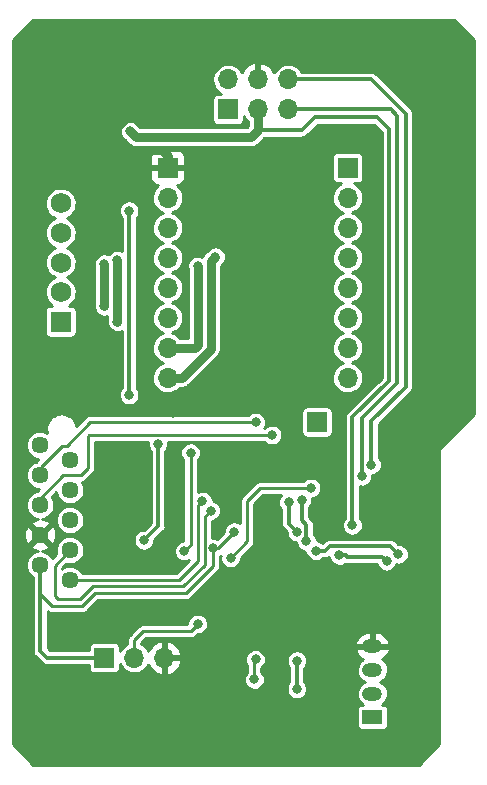
<source format=gbl>
G04 #@! TF.GenerationSoftware,KiCad,Pcbnew,(5.99.0-492-g30da2b31e)*
G04 #@! TF.CreationDate,2019-12-10T20:34:04+01:00*
G04 #@! TF.ProjectId,Feeder,46656564-6572-42e6-9b69-6361645f7063,0.1*
G04 #@! TF.SameCoordinates,Original*
G04 #@! TF.FileFunction,Copper,L2,Bot*
G04 #@! TF.FilePolarity,Positive*
%FSLAX46Y46*%
G04 Gerber Fmt 4.6, Leading zero omitted, Abs format (unit mm)*
G04 Created by KiCad (PCBNEW (5.99.0-492-g30da2b31e)) date 2019-12-10 20:34:04*
%MOMM*%
%LPD*%
G04 APERTURE LIST*
%ADD10C,1.750000*%
%ADD11R,1.750000X1.750000*%
%ADD12R,1.700000X1.700000*%
%ADD13O,1.700000X1.700000*%
%ADD14O,1.700000X1.200000*%
%ADD15R,1.700000X1.200000*%
%ADD16C,1.450000*%
%ADD17C,0.800000*%
%ADD18C,0.300000*%
%ADD19C,0.250000*%
%ADD20C,0.750000*%
G04 APERTURE END LIST*
D10*
X153500000Y-64000000D03*
X153500000Y-66500000D03*
X153500000Y-69000000D03*
X153500000Y-71500000D03*
D11*
X153500000Y-74000000D03*
D12*
X175200000Y-82500000D03*
D13*
X162280000Y-102460000D03*
X159740000Y-102460000D03*
D12*
X157200000Y-102460000D03*
D14*
X179900000Y-101500000D03*
X179900000Y-103500000D03*
X179900000Y-105500000D03*
D15*
X179900000Y-107500000D03*
D16*
X151765000Y-84455000D03*
X154305000Y-85725000D03*
X151765000Y-86995000D03*
X154305000Y-88265000D03*
X151765000Y-89535000D03*
X154305000Y-90805000D03*
X151765000Y-92075000D03*
X154305000Y-93345000D03*
X151765000Y-94615000D03*
X154305000Y-95885000D03*
D13*
X172740000Y-53500000D03*
X172740000Y-56040000D03*
X170200000Y-53500000D03*
X170200000Y-56040000D03*
X167660000Y-53500000D03*
D12*
X167660000Y-56040000D03*
X162560000Y-60960000D03*
D13*
X162560000Y-63500000D03*
X162560000Y-66040000D03*
X162560000Y-68580000D03*
X162560000Y-71120000D03*
X162560000Y-73660000D03*
X162560000Y-76200000D03*
X162560000Y-78740000D03*
X177800000Y-78740000D03*
X177800000Y-76200000D03*
X177800000Y-73660000D03*
X177800000Y-71120000D03*
X177800000Y-68580000D03*
X177800000Y-66040000D03*
X177800000Y-63500000D03*
D12*
X177800000Y-60960000D03*
D17*
X175100000Y-93400000D03*
X182100000Y-93700000D03*
X165500000Y-89200000D03*
X166200000Y-90000000D03*
X171400000Y-83600000D03*
X170000000Y-82500000D03*
X165100000Y-99600000D03*
X179000000Y-87100000D03*
X179800000Y-86100000D03*
X161750000Y-84350000D03*
X160550000Y-92500000D03*
X167900000Y-94000000D03*
X174700000Y-88100000D03*
X169900000Y-104300000D03*
X170000000Y-102600000D03*
X166600000Y-68500000D03*
X165100000Y-69300000D03*
X157200000Y-72700000D03*
X157200000Y-69100000D03*
X158300000Y-68800000D03*
X158300000Y-74000000D03*
X164500000Y-85099994D03*
X163974148Y-93420627D03*
X173500000Y-91800000D03*
X172800000Y-89300000D03*
X173900000Y-89100000D03*
X174300000Y-92600000D03*
X168200000Y-91800000D03*
X159300000Y-64600000D03*
X166425010Y-93202532D03*
X177100000Y-93800000D03*
X181100000Y-94300000D03*
X159300000Y-80200000D03*
X159400000Y-57900000D03*
X178200000Y-91235000D03*
X173500000Y-102700000D03*
X173500000Y-105100000D03*
X158800000Y-87200000D03*
X152000000Y-56100000D03*
X179700000Y-96500000D03*
X163000000Y-81700000D03*
X171800000Y-100500000D03*
X179400000Y-90300000D03*
X187400000Y-79600000D03*
X165600000Y-103800000D03*
X170000000Y-95700000D03*
X172650000Y-97550000D03*
X156400000Y-91900000D03*
X155150000Y-79000000D03*
D18*
X175100000Y-93400000D02*
X175900000Y-93400000D01*
X175900000Y-93400000D02*
X176300000Y-93000000D01*
X181400000Y-93000000D02*
X182100000Y-93700000D01*
X176300000Y-93000000D02*
X181400000Y-93000000D01*
D19*
X165100001Y-89599999D02*
X165100001Y-94299999D01*
X165500000Y-89200000D02*
X165100001Y-89599999D01*
X163515000Y-95885000D02*
X154305000Y-95885000D01*
X165100001Y-94299999D02*
X163515000Y-95885000D01*
X166200000Y-90000000D02*
X165700000Y-90500000D01*
X165700000Y-90500000D02*
X165700000Y-94600000D01*
X165700000Y-94600000D02*
X163900000Y-96400000D01*
X163900000Y-96400000D02*
X156200000Y-96400000D01*
X156200000Y-96400000D02*
X155100000Y-97500000D01*
X155100000Y-97500000D02*
X153300000Y-97500000D01*
X153300000Y-97500000D02*
X153000000Y-97200000D01*
X153000000Y-94650000D02*
X154305000Y-93345000D01*
X153000000Y-97200000D02*
X153000000Y-94650000D01*
X151800000Y-89500000D02*
X151765000Y-89535000D01*
X151800000Y-88900000D02*
X151800000Y-89500000D01*
X153700000Y-87000000D02*
X151800000Y-88900000D01*
X155200000Y-87000000D02*
X153700000Y-87000000D01*
X155800000Y-86400000D02*
X155200000Y-87000000D01*
X155800000Y-83700000D02*
X155800000Y-86400000D01*
X155900000Y-83600000D02*
X155800000Y-83700000D01*
X171400000Y-83600000D02*
X155900000Y-83600000D01*
X151800000Y-86300000D02*
X151800000Y-86960000D01*
X153600000Y-84500000D02*
X151800000Y-86300000D01*
X154000000Y-84500000D02*
X153600000Y-84500000D01*
X151800000Y-86960000D02*
X151765000Y-86995000D01*
X156000000Y-82500000D02*
X154000000Y-84500000D01*
X170000000Y-82500000D02*
X156000000Y-82500000D01*
X165100000Y-99600000D02*
X164500000Y-100200000D01*
X164500000Y-100200000D02*
X160500000Y-100200000D01*
X159740000Y-100960000D02*
X159740000Y-102460000D01*
X160500000Y-100200000D02*
X159740000Y-100960000D01*
D18*
X172740000Y-56040000D02*
X181440000Y-56040000D01*
X181440000Y-56040000D02*
X182000000Y-56600000D01*
X182000000Y-56600000D02*
X182000000Y-79200000D01*
X179000000Y-82200000D02*
X179000000Y-87100000D01*
X182000000Y-79200000D02*
X179000000Y-82200000D01*
X179800000Y-86100000D02*
X179800000Y-82400000D01*
X179800000Y-82400000D02*
X182700000Y-79500000D01*
X182700000Y-79500000D02*
X182700000Y-56400000D01*
X179800000Y-53500000D02*
X172740000Y-53500000D01*
X182700000Y-56400000D02*
X179800000Y-53500000D01*
X160550000Y-92500000D02*
X161750000Y-91300000D01*
X161750000Y-91300000D02*
X161750000Y-84350000D01*
D19*
X167900000Y-94000000D02*
X169300000Y-92600000D01*
X169300000Y-92600000D02*
X169300000Y-89200000D01*
X170400000Y-88100000D02*
X174700000Y-88100000D01*
X169300000Y-89200000D02*
X170400000Y-88100000D01*
X169900000Y-102700000D02*
X170000000Y-102600000D01*
X169900000Y-104300000D02*
X169900000Y-102700000D01*
D20*
X163762081Y-78740000D02*
X166200000Y-76302081D01*
X162560000Y-78740000D02*
X163762081Y-78740000D01*
X166200000Y-68900000D02*
X166600000Y-68500000D01*
X166200000Y-76302081D02*
X166200000Y-68900000D01*
X165100000Y-69300000D02*
X165100000Y-76000000D01*
X164900000Y-76200000D02*
X162560000Y-76200000D01*
X165100000Y-76000000D02*
X164900000Y-76200000D01*
X157200000Y-72700000D02*
X157200000Y-69100000D01*
X158300000Y-68800000D02*
X158300000Y-74000000D01*
D19*
X164500000Y-85099994D02*
X164500000Y-92894775D01*
X164500000Y-92894775D02*
X163974148Y-93420627D01*
D18*
X173500000Y-91800000D02*
X172800000Y-91100000D01*
X172800000Y-91100000D02*
X172800000Y-89300000D01*
X173900000Y-89100000D02*
X173900000Y-90800000D01*
X174300000Y-91200000D02*
X174300000Y-92600000D01*
X173900000Y-90800000D02*
X174300000Y-91200000D01*
D19*
X168200000Y-91800000D02*
X166797468Y-93202532D01*
X166797468Y-93202532D02*
X166425010Y-93202532D01*
X151765000Y-94615000D02*
X151765000Y-97065000D01*
X151765000Y-97065000D02*
X152800000Y-98100000D01*
X152800000Y-98100000D02*
X155300000Y-98100000D01*
X155300000Y-98100000D02*
X156400000Y-97000000D01*
X156400000Y-97000000D02*
X164100000Y-97000000D01*
X166425010Y-94674990D02*
X166425010Y-93202532D01*
X164100000Y-97000000D02*
X166425010Y-94674990D01*
D18*
X177665685Y-93800000D02*
X177765685Y-93900000D01*
X177100000Y-93800000D02*
X177665685Y-93800000D01*
X180700000Y-93900000D02*
X181100000Y-94300000D01*
X177765685Y-93900000D02*
X180700000Y-93900000D01*
X157200000Y-102460000D02*
X152360000Y-102460000D01*
X151765000Y-101865000D02*
X151765000Y-94615000D01*
X152360000Y-102460000D02*
X151765000Y-101865000D01*
X159300000Y-64600000D02*
X159300000Y-80200000D01*
D20*
X159400000Y-57900000D02*
X159900000Y-58400000D01*
X159900000Y-58400000D02*
X169600000Y-58400000D01*
X170200000Y-57800000D02*
X170200000Y-56040000D01*
X169600000Y-58400000D02*
X170200000Y-57800000D01*
D18*
X178200000Y-91235000D02*
X178200000Y-82100000D01*
X178200000Y-82100000D02*
X181300000Y-79000000D01*
X181300000Y-79000000D02*
X181300000Y-57700000D01*
X181300000Y-57700000D02*
X180300000Y-56700000D01*
X180300000Y-56700000D02*
X175000000Y-56700000D01*
X173900000Y-57800000D02*
X170200000Y-57800000D01*
X175000000Y-56700000D02*
X173900000Y-57800000D01*
X173500000Y-102700000D02*
X173500000Y-105100000D01*
D20*
X152000000Y-56100000D02*
X152900000Y-55200000D01*
X152900000Y-55200000D02*
X157300000Y-55200000D01*
X157300000Y-55200000D02*
X158300000Y-56200000D01*
X158300000Y-56200000D02*
X158300000Y-58600000D01*
X158300000Y-58600000D02*
X159200000Y-59500000D01*
X159200000Y-59500000D02*
X162100000Y-59500000D01*
X162560000Y-59960000D02*
X162560000Y-60960000D01*
X162100000Y-59500000D02*
X162560000Y-59960000D01*
D19*
X172365685Y-100500000D02*
X172900000Y-99965685D01*
X171800000Y-100500000D02*
X172365685Y-100500000D01*
X155150000Y-79000000D02*
X155100000Y-79000000D01*
G36*
X188526000Y-50196337D02*
G01*
X188526001Y-81803662D01*
X185700585Y-84629079D01*
X185676587Y-84644574D01*
X185644919Y-84684745D01*
X185637027Y-84692637D01*
X185620836Y-84715295D01*
X185575462Y-84772852D01*
X185573082Y-84782121D01*
X185568457Y-84788593D01*
X185523245Y-84939772D01*
X185526000Y-85009879D01*
X185526001Y-109803662D01*
X183803664Y-111526000D01*
X151196337Y-111526000D01*
X149474000Y-109803664D01*
X149474000Y-104413723D01*
X169024377Y-104413723D01*
X169091490Y-104654911D01*
X169223600Y-104867567D01*
X169410085Y-105034597D01*
X169635954Y-105142572D01*
X169883049Y-105182814D01*
X170131507Y-105152088D01*
X170361354Y-105052862D01*
X170554114Y-104893114D01*
X170694289Y-104685686D01*
X170770848Y-104446516D01*
X170774385Y-104176330D01*
X170704113Y-103935238D01*
X170569415Y-103724212D01*
X170499000Y-103662676D01*
X170499000Y-103321663D01*
X170654114Y-103193114D01*
X170794289Y-102985686D01*
X170849334Y-102813723D01*
X172624377Y-102813723D01*
X172691490Y-103054911D01*
X172823600Y-103267567D01*
X172876000Y-103314500D01*
X172876001Y-104483223D01*
X172838689Y-104514922D01*
X172701059Y-104724047D01*
X172627654Y-104963394D01*
X172624377Y-105213723D01*
X172691490Y-105454911D01*
X172823600Y-105667567D01*
X173010085Y-105834597D01*
X173235954Y-105942572D01*
X173483049Y-105982814D01*
X173731507Y-105952088D01*
X173961354Y-105852862D01*
X174154114Y-105693114D01*
X174294289Y-105485686D01*
X174370848Y-105246516D01*
X174374385Y-104976330D01*
X174304113Y-104735238D01*
X174169415Y-104524212D01*
X174124000Y-104484524D01*
X174124000Y-103318071D01*
X174154114Y-103293114D01*
X174294289Y-103085686D01*
X174370848Y-102846516D01*
X174374385Y-102576330D01*
X174304113Y-102335238D01*
X174169415Y-102124212D01*
X173980904Y-101959473D01*
X173753733Y-101854264D01*
X173506164Y-101817044D01*
X173258100Y-101850804D01*
X173029482Y-101952830D01*
X172838689Y-102114922D01*
X172701059Y-102324047D01*
X172627654Y-102563394D01*
X172624377Y-102813723D01*
X170849334Y-102813723D01*
X170870848Y-102746516D01*
X170874385Y-102476330D01*
X170804113Y-102235238D01*
X170669415Y-102024212D01*
X170480904Y-101859473D01*
X170253733Y-101754264D01*
X170006164Y-101717044D01*
X169758100Y-101750804D01*
X169529482Y-101852830D01*
X169338689Y-102014922D01*
X169201059Y-102224047D01*
X169127654Y-102463394D01*
X169124377Y-102713723D01*
X169191490Y-102954911D01*
X169301001Y-103131189D01*
X169301000Y-103661984D01*
X169238689Y-103714922D01*
X169101059Y-103924047D01*
X169027654Y-104163394D01*
X169024377Y-104413723D01*
X149474000Y-104413723D01*
X149474000Y-94610795D01*
X150560556Y-94610795D01*
X150581490Y-94838626D01*
X150645129Y-95058389D01*
X150749176Y-95262152D01*
X150889876Y-95442564D01*
X151062152Y-95593116D01*
X151141001Y-95639099D01*
X151141000Y-101837764D01*
X151133785Y-101920224D01*
X151155213Y-102000194D01*
X151169587Y-102081712D01*
X151183526Y-102105855D01*
X151190740Y-102132780D01*
X151238219Y-102200589D01*
X151279614Y-102272287D01*
X151343038Y-102325506D01*
X151899501Y-102881970D01*
X151952713Y-102945386D01*
X152024409Y-102986779D01*
X152092219Y-103034260D01*
X152119144Y-103041474D01*
X152143287Y-103055413D01*
X152224805Y-103069787D01*
X152304775Y-103091215D01*
X152387238Y-103084000D01*
X155869143Y-103084000D01*
X155869143Y-103322213D01*
X155903502Y-103494945D01*
X156008265Y-103651735D01*
X156165055Y-103756498D01*
X156337787Y-103790857D01*
X158062213Y-103790857D01*
X158234945Y-103756498D01*
X158391735Y-103651735D01*
X158496498Y-103494945D01*
X158530857Y-103322213D01*
X158530857Y-103012414D01*
X158531990Y-103015622D01*
X158653473Y-103226461D01*
X158811344Y-103411630D01*
X159000315Y-103564929D01*
X159214058Y-103681223D01*
X159445415Y-103756619D01*
X159686639Y-103788591D01*
X159929648Y-103776068D01*
X160166308Y-103719470D01*
X160388688Y-103620691D01*
X160589346Y-103483042D01*
X160761557Y-103311130D01*
X160899558Y-103110713D01*
X160923530Y-103056998D01*
X160972887Y-103169705D01*
X161111153Y-103379792D01*
X161282838Y-103563582D01*
X161483036Y-103715815D01*
X161706021Y-103832141D01*
X161945418Y-103909234D01*
X162150000Y-103938532D01*
X162150000Y-102590000D01*
X162410000Y-102590000D01*
X162410000Y-103945205D01*
X162692466Y-103889020D01*
X162927343Y-103799094D01*
X163143711Y-103670878D01*
X163335383Y-103508041D01*
X163496879Y-103315237D01*
X163623580Y-103097979D01*
X163711864Y-102862479D01*
X163764089Y-102590000D01*
X162410000Y-102590000D01*
X162150000Y-102590000D01*
X162150000Y-102330000D01*
X162410000Y-102330000D01*
X163761197Y-102330000D01*
X163719979Y-102087596D01*
X163636646Y-101850299D01*
X163514522Y-101630435D01*
X163514173Y-101630000D01*
X178414050Y-101630000D01*
X178479824Y-101902924D01*
X178577127Y-102116929D01*
X178713141Y-102308675D01*
X178882961Y-102471241D01*
X179071261Y-102592825D01*
X179033893Y-102613538D01*
X178868229Y-102755530D01*
X178734501Y-102927933D01*
X178638169Y-103123704D01*
X178583171Y-103334846D01*
X178571752Y-103552735D01*
X178604379Y-103768470D01*
X178679718Y-103973238D01*
X178794694Y-104158674D01*
X178944608Y-104317205D01*
X179123337Y-104442351D01*
X179253586Y-104498715D01*
X179224725Y-104507760D01*
X179033893Y-104613538D01*
X178868229Y-104755530D01*
X178734501Y-104927933D01*
X178638169Y-105123704D01*
X178583171Y-105334846D01*
X178571752Y-105552735D01*
X178604379Y-105768470D01*
X178679718Y-105973238D01*
X178794694Y-106158674D01*
X178944608Y-106317205D01*
X179090192Y-106419143D01*
X179037787Y-106419143D01*
X178865055Y-106453502D01*
X178708265Y-106558265D01*
X178603502Y-106715055D01*
X178569143Y-106887787D01*
X178569143Y-108112213D01*
X178603502Y-108284945D01*
X178708265Y-108441735D01*
X178865055Y-108546498D01*
X179037787Y-108580857D01*
X180762213Y-108580857D01*
X180934945Y-108546498D01*
X181091735Y-108441735D01*
X181196498Y-108284945D01*
X181230857Y-108112213D01*
X181230857Y-106887787D01*
X181196498Y-106715055D01*
X181091735Y-106558265D01*
X180934945Y-106453502D01*
X180762213Y-106419143D01*
X180707148Y-106419143D01*
X180766107Y-106386462D01*
X180931771Y-106244470D01*
X181065499Y-106072067D01*
X181161831Y-105876296D01*
X181216829Y-105665154D01*
X181228248Y-105447265D01*
X181195621Y-105231530D01*
X181120282Y-105026762D01*
X181005306Y-104841326D01*
X180855392Y-104682795D01*
X180676663Y-104557649D01*
X180546414Y-104501285D01*
X180575275Y-104492240D01*
X180766107Y-104386462D01*
X180931771Y-104244470D01*
X181065499Y-104072067D01*
X181161831Y-103876296D01*
X181216829Y-103665154D01*
X181228248Y-103447265D01*
X181195621Y-103231530D01*
X181120282Y-103026762D01*
X181005306Y-102841326D01*
X180855392Y-102682795D01*
X180723494Y-102590440D01*
X180818603Y-102541455D01*
X181003474Y-102396237D01*
X181157551Y-102218679D01*
X181275272Y-102015190D01*
X181352392Y-101793109D01*
X181376035Y-101630000D01*
X178414050Y-101630000D01*
X163514173Y-101630000D01*
X163357100Y-101434291D01*
X163284560Y-101370000D01*
X178423965Y-101370000D01*
X179770000Y-101370000D01*
X179770000Y-100268000D01*
X180030000Y-100268000D01*
X180030000Y-101370000D01*
X181385950Y-101370000D01*
X181320176Y-101097076D01*
X181222873Y-100883071D01*
X181086859Y-100691325D01*
X180917039Y-100528759D01*
X180719544Y-100401238D01*
X180498655Y-100312217D01*
X180193697Y-100268000D01*
X180030000Y-100268000D01*
X179770000Y-100268000D01*
X179591284Y-100268000D01*
X179415975Y-100284726D01*
X179190394Y-100350904D01*
X178981397Y-100458545D01*
X178796526Y-100603763D01*
X178642449Y-100781321D01*
X178524728Y-100984810D01*
X178447608Y-101206891D01*
X178423965Y-101370000D01*
X163284560Y-101370000D01*
X163168881Y-101267476D01*
X162955245Y-101134757D01*
X162722302Y-101039932D01*
X162410000Y-100970982D01*
X162410000Y-102330000D01*
X162150000Y-102330000D01*
X162150000Y-100982848D01*
X161975842Y-101004077D01*
X161734883Y-101076140D01*
X161509510Y-101187770D01*
X161306168Y-101335778D01*
X161130671Y-101515930D01*
X160988037Y-101723077D01*
X160924843Y-101859527D01*
X160806091Y-101665360D01*
X160643428Y-101484387D01*
X160450508Y-101336087D01*
X160339000Y-101279149D01*
X160339000Y-101208113D01*
X160748113Y-100799000D01*
X164473864Y-100799000D01*
X164553011Y-100805925D01*
X164629768Y-100785358D01*
X164708030Y-100771559D01*
X164731208Y-100758177D01*
X164757052Y-100751252D01*
X164822137Y-100705680D01*
X164890970Y-100665938D01*
X164942050Y-100605063D01*
X165066925Y-100480188D01*
X165083049Y-100482814D01*
X165331507Y-100452088D01*
X165561354Y-100352862D01*
X165754114Y-100193114D01*
X165894289Y-99985686D01*
X165970848Y-99746516D01*
X165974385Y-99476330D01*
X165904113Y-99235238D01*
X165769415Y-99024212D01*
X165580904Y-98859473D01*
X165353733Y-98754264D01*
X165106164Y-98717044D01*
X164858100Y-98750804D01*
X164629482Y-98852830D01*
X164438689Y-99014922D01*
X164301059Y-99224047D01*
X164227654Y-99463394D01*
X164225853Y-99601000D01*
X160526135Y-99601000D01*
X160446989Y-99594075D01*
X160370233Y-99614641D01*
X160291969Y-99628442D01*
X160268796Y-99641821D01*
X160242945Y-99648748D01*
X160177858Y-99694324D01*
X160109031Y-99734061D01*
X160057950Y-99794937D01*
X159334936Y-100517951D01*
X159274061Y-100569031D01*
X159234324Y-100637858D01*
X159188748Y-100702949D01*
X159181823Y-100728793D01*
X159168442Y-100751969D01*
X159154641Y-100830235D01*
X159134075Y-100906989D01*
X159141000Y-100986139D01*
X159141000Y-101278686D01*
X159061150Y-101316687D01*
X158864165Y-101459542D01*
X158696513Y-101635903D01*
X158563806Y-101839864D01*
X158530857Y-101919214D01*
X158530857Y-101597787D01*
X158496498Y-101425055D01*
X158391735Y-101268265D01*
X158234945Y-101163502D01*
X158062213Y-101129143D01*
X156337787Y-101129143D01*
X156165055Y-101163502D01*
X156008265Y-101268265D01*
X155903502Y-101425055D01*
X155869143Y-101597787D01*
X155869143Y-101836000D01*
X152618469Y-101836000D01*
X152389000Y-101606532D01*
X152389000Y-98542067D01*
X152409031Y-98565939D01*
X152477854Y-98605674D01*
X152542948Y-98651252D01*
X152568792Y-98658177D01*
X152591968Y-98671558D01*
X152670234Y-98685359D01*
X152746988Y-98705925D01*
X152826138Y-98699000D01*
X155273864Y-98699000D01*
X155353011Y-98705925D01*
X155429768Y-98685358D01*
X155508030Y-98671559D01*
X155531208Y-98658177D01*
X155557052Y-98651252D01*
X155622137Y-98605680D01*
X155690970Y-98565938D01*
X155742050Y-98505063D01*
X156648114Y-97599000D01*
X164073864Y-97599000D01*
X164153011Y-97605925D01*
X164229768Y-97585358D01*
X164308030Y-97571559D01*
X164331208Y-97558177D01*
X164357052Y-97551252D01*
X164422137Y-97505680D01*
X164490970Y-97465938D01*
X164542050Y-97405063D01*
X166830083Y-95117031D01*
X166890949Y-95065960D01*
X166930679Y-94997143D01*
X166976263Y-94932043D01*
X166983189Y-94906194D01*
X166996568Y-94883021D01*
X167010367Y-94804768D01*
X167030936Y-94728002D01*
X167024010Y-94648844D01*
X167024010Y-93841321D01*
X167037972Y-93829750D01*
X167027654Y-93863394D01*
X167024377Y-94113723D01*
X167091490Y-94354911D01*
X167223600Y-94567567D01*
X167410085Y-94734597D01*
X167635954Y-94842572D01*
X167883049Y-94882814D01*
X168131507Y-94852088D01*
X168361354Y-94752862D01*
X168554114Y-94593114D01*
X168694289Y-94385686D01*
X168770848Y-94146517D01*
X168773106Y-93974008D01*
X169705072Y-93042042D01*
X169765939Y-92990969D01*
X169805674Y-92922146D01*
X169851252Y-92857052D01*
X169858177Y-92831208D01*
X169871558Y-92808032D01*
X169885359Y-92729766D01*
X169905925Y-92653012D01*
X169899000Y-92573862D01*
X169899000Y-89448113D01*
X170648114Y-88699000D01*
X172157430Y-88699000D01*
X172138689Y-88714922D01*
X172001059Y-88924047D01*
X171927654Y-89163394D01*
X171924377Y-89413723D01*
X171991490Y-89654911D01*
X172123600Y-89867567D01*
X172176001Y-89914501D01*
X172176000Y-91072764D01*
X172168785Y-91155224D01*
X172190213Y-91235194D01*
X172204587Y-91316712D01*
X172218526Y-91340855D01*
X172225740Y-91367780D01*
X172273219Y-91435589D01*
X172314614Y-91507287D01*
X172378038Y-91560506D01*
X172625758Y-91808227D01*
X172624377Y-91913724D01*
X172691490Y-92154911D01*
X172823600Y-92367567D01*
X173010085Y-92534597D01*
X173235954Y-92642572D01*
X173424906Y-92673345D01*
X173424377Y-92713724D01*
X173491490Y-92954911D01*
X173623600Y-93167567D01*
X173810085Y-93334597D01*
X174035954Y-93442572D01*
X174224906Y-93473345D01*
X174224377Y-93513724D01*
X174291490Y-93754911D01*
X174423600Y-93967567D01*
X174610085Y-94134597D01*
X174835954Y-94242572D01*
X175083049Y-94282814D01*
X175331507Y-94252088D01*
X175561354Y-94152862D01*
X175716845Y-94024000D01*
X175872764Y-94024000D01*
X175955224Y-94031215D01*
X176035188Y-94009789D01*
X176116712Y-93995413D01*
X176140856Y-93981474D01*
X176167782Y-93974259D01*
X176229246Y-93931221D01*
X176291490Y-94154911D01*
X176423600Y-94367567D01*
X176610085Y-94534597D01*
X176835954Y-94642572D01*
X177083049Y-94682814D01*
X177331507Y-94652088D01*
X177561354Y-94552862D01*
X177616341Y-94507292D01*
X177630502Y-94509789D01*
X177710460Y-94531215D01*
X177792920Y-94524000D01*
X180255063Y-94524000D01*
X180291490Y-94654911D01*
X180423600Y-94867567D01*
X180610085Y-95034597D01*
X180835954Y-95142572D01*
X181083049Y-95182814D01*
X181331507Y-95152088D01*
X181561354Y-95052862D01*
X181754114Y-94893114D01*
X181894289Y-94685686D01*
X181934940Y-94558693D01*
X182083049Y-94582814D01*
X182331507Y-94552088D01*
X182561354Y-94452862D01*
X182754114Y-94293114D01*
X182894289Y-94085686D01*
X182970848Y-93846516D01*
X182974385Y-93576330D01*
X182904113Y-93335238D01*
X182769415Y-93124212D01*
X182580904Y-92959473D01*
X182353733Y-92854264D01*
X182106164Y-92817044D01*
X182100309Y-92817841D01*
X181860504Y-92578036D01*
X181807287Y-92514614D01*
X181735580Y-92473214D01*
X181667782Y-92425741D01*
X181640856Y-92418526D01*
X181616712Y-92404587D01*
X181535188Y-92390211D01*
X181455224Y-92368785D01*
X181372762Y-92376000D01*
X176327235Y-92376000D01*
X176244775Y-92368785D01*
X176164809Y-92390212D01*
X176083287Y-92404587D01*
X176059144Y-92418526D01*
X176032217Y-92425741D01*
X175964405Y-92473223D01*
X175892713Y-92514614D01*
X175839499Y-92578032D01*
X175675442Y-92742090D01*
X175580905Y-92659473D01*
X175353733Y-92554264D01*
X175173719Y-92527200D01*
X175174385Y-92476330D01*
X175104113Y-92235238D01*
X174969415Y-92024212D01*
X174924000Y-91984524D01*
X174924000Y-91227235D01*
X174931215Y-91144775D01*
X174909788Y-91064809D01*
X174895413Y-90983287D01*
X174881474Y-90959144D01*
X174874259Y-90932217D01*
X174826777Y-90864405D01*
X174785386Y-90792713D01*
X174721970Y-90739501D01*
X174524000Y-90541532D01*
X174524000Y-89718071D01*
X174554114Y-89693114D01*
X174694289Y-89485686D01*
X174770848Y-89246516D01*
X174774385Y-88976330D01*
X174773031Y-88971686D01*
X174931507Y-88952088D01*
X175161354Y-88852862D01*
X175354114Y-88693114D01*
X175494289Y-88485686D01*
X175570848Y-88246516D01*
X175574385Y-87976330D01*
X175504113Y-87735238D01*
X175369415Y-87524212D01*
X175180904Y-87359473D01*
X174953733Y-87254264D01*
X174706164Y-87217044D01*
X174458100Y-87250804D01*
X174229482Y-87352830D01*
X174055076Y-87501000D01*
X170426135Y-87501000D01*
X170346988Y-87494075D01*
X170270228Y-87514643D01*
X170191969Y-87528442D01*
X170168796Y-87541821D01*
X170142947Y-87548747D01*
X170077847Y-87594331D01*
X170009030Y-87634061D01*
X169957955Y-87694932D01*
X168894930Y-88757957D01*
X168834062Y-88809030D01*
X168794332Y-88877846D01*
X168748748Y-88942948D01*
X168741822Y-88968795D01*
X168728442Y-88991969D01*
X168714645Y-89070221D01*
X168694075Y-89146988D01*
X168701001Y-89226150D01*
X168701000Y-91077035D01*
X168680904Y-91059473D01*
X168453733Y-90954264D01*
X168206164Y-90917044D01*
X167958100Y-90950804D01*
X167729482Y-91052830D01*
X167538689Y-91214922D01*
X167401059Y-91424047D01*
X167327654Y-91663394D01*
X167325508Y-91827378D01*
X166758947Y-92393940D01*
X166678743Y-92356796D01*
X166431174Y-92319576D01*
X166299000Y-92337564D01*
X166299000Y-90868475D01*
X166431507Y-90852088D01*
X166661354Y-90752862D01*
X166854114Y-90593114D01*
X166994289Y-90385686D01*
X167070848Y-90146516D01*
X167074385Y-89876330D01*
X167004113Y-89635238D01*
X166869415Y-89424212D01*
X166680904Y-89259473D01*
X166453733Y-89154264D01*
X166373522Y-89142205D01*
X166374385Y-89076330D01*
X166304113Y-88835238D01*
X166169415Y-88624212D01*
X165980904Y-88459473D01*
X165753733Y-88354264D01*
X165506164Y-88317044D01*
X165258100Y-88350804D01*
X165099000Y-88421806D01*
X165099000Y-85738783D01*
X165154114Y-85693108D01*
X165294289Y-85485680D01*
X165370848Y-85246510D01*
X165374385Y-84976324D01*
X165304113Y-84735232D01*
X165169415Y-84524206D01*
X164980904Y-84359467D01*
X164753733Y-84254258D01*
X164506164Y-84217038D01*
X164258100Y-84250798D01*
X164029482Y-84352824D01*
X163838689Y-84514916D01*
X163701059Y-84724041D01*
X163627654Y-84963388D01*
X163624377Y-85213717D01*
X163691490Y-85454905D01*
X163823600Y-85667561D01*
X163901000Y-85736886D01*
X163901001Y-92548465D01*
X163732248Y-92571431D01*
X163503630Y-92673457D01*
X163312837Y-92835549D01*
X163175207Y-93044674D01*
X163101802Y-93284021D01*
X163098525Y-93534350D01*
X163165638Y-93775538D01*
X163297748Y-93988194D01*
X163484233Y-94155224D01*
X163710102Y-94263199D01*
X163957197Y-94303441D01*
X164205655Y-94272715D01*
X164336777Y-94216109D01*
X163266887Y-95286000D01*
X155345217Y-95286000D01*
X155252825Y-95141810D01*
X155095192Y-94975988D01*
X154909046Y-94842966D01*
X154701103Y-94747544D01*
X154478870Y-94693164D01*
X154250363Y-94681788D01*
X154023826Y-94713827D01*
X153807435Y-94788126D01*
X153608998Y-94902001D01*
X153599000Y-94910616D01*
X153599000Y-94898113D01*
X153991438Y-94505676D01*
X154015657Y-94514181D01*
X154241964Y-94547801D01*
X154470546Y-94538021D01*
X154693153Y-94485194D01*
X154901756Y-94391226D01*
X155088826Y-94259506D01*
X155247614Y-94094789D01*
X155372389Y-93903017D01*
X155458651Y-93691112D01*
X155503318Y-93466557D01*
X155504137Y-93231811D01*
X155461039Y-93006950D01*
X155376259Y-92794447D01*
X155252825Y-92601810D01*
X155095192Y-92435988D01*
X154909046Y-92302966D01*
X154701103Y-92207544D01*
X154478870Y-92153164D01*
X154250363Y-92141788D01*
X154023826Y-92173827D01*
X153807435Y-92248126D01*
X153608998Y-92362001D01*
X153435674Y-92511347D01*
X153293718Y-92690772D01*
X153188251Y-92893804D01*
X153123080Y-93113117D01*
X153100556Y-93340795D01*
X153121490Y-93568626D01*
X153146813Y-93656073D01*
X152798058Y-94004829D01*
X152712825Y-93871810D01*
X152555192Y-93705988D01*
X152369046Y-93572966D01*
X152161103Y-93477544D01*
X151938870Y-93423164D01*
X151928696Y-93422658D01*
X152013291Y-93414661D01*
X152246601Y-93349520D01*
X152464686Y-93244093D01*
X152630082Y-93123930D01*
X151765000Y-92258848D01*
X150899239Y-93124609D01*
X151077593Y-93251356D01*
X151296772Y-93354494D01*
X151530751Y-93417188D01*
X151619493Y-93424640D01*
X151483826Y-93443827D01*
X151267435Y-93518126D01*
X151068998Y-93632001D01*
X150895674Y-93781347D01*
X150753718Y-93960772D01*
X150648251Y-94163804D01*
X150583080Y-94383117D01*
X150560556Y-94610795D01*
X149474000Y-94610795D01*
X149474000Y-92039334D01*
X150402991Y-92039334D01*
X150418201Y-92281089D01*
X150475981Y-92516329D01*
X150574507Y-92737620D01*
X150713705Y-92942447D01*
X151581152Y-92075000D01*
X151948848Y-92075000D01*
X152817303Y-92943456D01*
X152962367Y-92725117D01*
X153058570Y-92502807D01*
X153114257Y-92265379D01*
X153122372Y-91955496D01*
X153079186Y-91715480D01*
X152994750Y-91488439D01*
X152824049Y-91199799D01*
X151948848Y-92075000D01*
X151581152Y-92075000D01*
X150717107Y-91210955D01*
X150610817Y-91350981D01*
X150500845Y-91566813D01*
X150430833Y-91798708D01*
X150402991Y-92039334D01*
X149474000Y-92039334D01*
X149474000Y-84450795D01*
X150560556Y-84450795D01*
X150581490Y-84678626D01*
X150645129Y-84898389D01*
X150749176Y-85102152D01*
X150889876Y-85282564D01*
X151062152Y-85433116D01*
X151259790Y-85548375D01*
X151475657Y-85624181D01*
X151608910Y-85643977D01*
X151400423Y-85852464D01*
X151267435Y-85898125D01*
X151068998Y-86012001D01*
X150895674Y-86161347D01*
X150753718Y-86340772D01*
X150648251Y-86543804D01*
X150583080Y-86763117D01*
X150560556Y-86990795D01*
X150581490Y-87218626D01*
X150645129Y-87438389D01*
X150749176Y-87642152D01*
X150889876Y-87822564D01*
X151062152Y-87973116D01*
X151259790Y-88088375D01*
X151475657Y-88164181D01*
X151661149Y-88191738D01*
X151489922Y-88362965D01*
X151483826Y-88363827D01*
X151267435Y-88438126D01*
X151068998Y-88552001D01*
X150895674Y-88701347D01*
X150753718Y-88880772D01*
X150648251Y-89083804D01*
X150583080Y-89303117D01*
X150560556Y-89530795D01*
X150581490Y-89758626D01*
X150645129Y-89978389D01*
X150749176Y-90182152D01*
X150889876Y-90362564D01*
X151062152Y-90513116D01*
X151259790Y-90628375D01*
X151475657Y-90704181D01*
X151600052Y-90722661D01*
X151364377Y-90772755D01*
X151140101Y-90864281D01*
X150894188Y-91020341D01*
X151765000Y-91891152D01*
X152645650Y-91010503D01*
X152312644Y-90827431D01*
X152233496Y-90800795D01*
X153100556Y-90800795D01*
X153121490Y-91028626D01*
X153185129Y-91248389D01*
X153289176Y-91452152D01*
X153429876Y-91632564D01*
X153602152Y-91783116D01*
X153799790Y-91898375D01*
X154015657Y-91974181D01*
X154241964Y-92007801D01*
X154470546Y-91998021D01*
X154693153Y-91945194D01*
X154901756Y-91851226D01*
X155088826Y-91719506D01*
X155247614Y-91554789D01*
X155372389Y-91363017D01*
X155458651Y-91151112D01*
X155503318Y-90926557D01*
X155504137Y-90691811D01*
X155461039Y-90466950D01*
X155376259Y-90254447D01*
X155252825Y-90061810D01*
X155095192Y-89895988D01*
X154909046Y-89762966D01*
X154701103Y-89667544D01*
X154478870Y-89613164D01*
X154250363Y-89601788D01*
X154023826Y-89633827D01*
X153807435Y-89708126D01*
X153608998Y-89822001D01*
X153435674Y-89971347D01*
X153293718Y-90150772D01*
X153188251Y-90353804D01*
X153123080Y-90573117D01*
X153100556Y-90800795D01*
X152233496Y-90800795D01*
X152083063Y-90750170D01*
X151931514Y-90727791D01*
X152153153Y-90675194D01*
X152361756Y-90581226D01*
X152548826Y-90449506D01*
X152707614Y-90284789D01*
X152832389Y-90093017D01*
X152918651Y-89881112D01*
X152963318Y-89656557D01*
X152964137Y-89421811D01*
X152921039Y-89196950D01*
X152836259Y-88984447D01*
X152729414Y-88817699D01*
X153116188Y-88430925D01*
X153121490Y-88488626D01*
X153185129Y-88708389D01*
X153289176Y-88912152D01*
X153429876Y-89092564D01*
X153602152Y-89243116D01*
X153799790Y-89358375D01*
X154015657Y-89434181D01*
X154241964Y-89467801D01*
X154470546Y-89458021D01*
X154693153Y-89405194D01*
X154901756Y-89311226D01*
X155088826Y-89179506D01*
X155247614Y-89014789D01*
X155372389Y-88823017D01*
X155458651Y-88611112D01*
X155503318Y-88386557D01*
X155504137Y-88151811D01*
X155461039Y-87926950D01*
X155376259Y-87714447D01*
X155298852Y-87593642D01*
X155329768Y-87585358D01*
X155408030Y-87571559D01*
X155431208Y-87558177D01*
X155457052Y-87551252D01*
X155522137Y-87505680D01*
X155590970Y-87465938D01*
X155642050Y-87405063D01*
X156205070Y-86842044D01*
X156265939Y-86790969D01*
X156305674Y-86722146D01*
X156351252Y-86657052D01*
X156358177Y-86631208D01*
X156371558Y-86608032D01*
X156385359Y-86529766D01*
X156405925Y-86453012D01*
X156399000Y-86373862D01*
X156399000Y-84199000D01*
X160882068Y-84199000D01*
X160877654Y-84213394D01*
X160874377Y-84463723D01*
X160941490Y-84704911D01*
X161073600Y-84917567D01*
X161126001Y-84964501D01*
X161126000Y-91041531D01*
X160549594Y-91617938D01*
X160308100Y-91650804D01*
X160079482Y-91752830D01*
X159888689Y-91914922D01*
X159751059Y-92124047D01*
X159677654Y-92363394D01*
X159674377Y-92613723D01*
X159741490Y-92854911D01*
X159873600Y-93067567D01*
X160060085Y-93234597D01*
X160285954Y-93342572D01*
X160533049Y-93382814D01*
X160781507Y-93352088D01*
X161011354Y-93252862D01*
X161204114Y-93093114D01*
X161344289Y-92885686D01*
X161420848Y-92646517D01*
X161422637Y-92509832D01*
X162171972Y-91760497D01*
X162235386Y-91707288D01*
X162276784Y-91635583D01*
X162324258Y-91567783D01*
X162331473Y-91540860D01*
X162345414Y-91516711D01*
X162359788Y-91435189D01*
X162381215Y-91355225D01*
X162374000Y-91272763D01*
X162374000Y-84968071D01*
X162404114Y-84943114D01*
X162544289Y-84735686D01*
X162620848Y-84496516D01*
X162624385Y-84226330D01*
X162616419Y-84199000D01*
X170758694Y-84199000D01*
X170910085Y-84334597D01*
X171135954Y-84442572D01*
X171383049Y-84482814D01*
X171631507Y-84452088D01*
X171861354Y-84352862D01*
X172054114Y-84193114D01*
X172194289Y-83985686D01*
X172270848Y-83746516D01*
X172274385Y-83476330D01*
X172204113Y-83235238D01*
X172069415Y-83024212D01*
X171880904Y-82859473D01*
X171653733Y-82754264D01*
X171406164Y-82717044D01*
X171158100Y-82750804D01*
X170929482Y-82852830D01*
X170755076Y-83001000D01*
X170716362Y-83001000D01*
X170794289Y-82885686D01*
X170870848Y-82646516D01*
X170874385Y-82376330D01*
X170804113Y-82135238D01*
X170669415Y-81924212D01*
X170480904Y-81759473D01*
X170253733Y-81654264D01*
X170144137Y-81637787D01*
X173869143Y-81637787D01*
X173869143Y-83362213D01*
X173903502Y-83534945D01*
X174008265Y-83691735D01*
X174165055Y-83796498D01*
X174337787Y-83830857D01*
X176062213Y-83830857D01*
X176234945Y-83796498D01*
X176391735Y-83691735D01*
X176496498Y-83534945D01*
X176530857Y-83362213D01*
X176530857Y-81637787D01*
X176496498Y-81465055D01*
X176391735Y-81308265D01*
X176234945Y-81203502D01*
X176062213Y-81169143D01*
X174337787Y-81169143D01*
X174165055Y-81203502D01*
X174008265Y-81308265D01*
X173903502Y-81465055D01*
X173869143Y-81637787D01*
X170144137Y-81637787D01*
X170006164Y-81617044D01*
X169758100Y-81650804D01*
X169529482Y-81752830D01*
X169355076Y-81901000D01*
X156026135Y-81901000D01*
X155946988Y-81894075D01*
X155870234Y-81914641D01*
X155791968Y-81928442D01*
X155768792Y-81941823D01*
X155742948Y-81948748D01*
X155677854Y-81994326D01*
X155609031Y-82034061D01*
X155557955Y-82094931D01*
X154819666Y-82833220D01*
X154796715Y-82708781D01*
X154712996Y-82490116D01*
X154590831Y-82290369D01*
X154434309Y-82116230D01*
X154248676Y-81973531D01*
X154040145Y-81867051D01*
X153815703Y-81800355D01*
X153582864Y-81775677D01*
X153349426Y-81793843D01*
X153123209Y-81854247D01*
X152911787Y-81954863D01*
X152722240Y-82092323D01*
X152560919Y-82262025D01*
X152433224Y-82458283D01*
X152343433Y-82674524D01*
X152294552Y-82903508D01*
X152288218Y-83137566D01*
X152324644Y-83368858D01*
X152334646Y-83397180D01*
X152161103Y-83317544D01*
X151938870Y-83263164D01*
X151710363Y-83251788D01*
X151483826Y-83283827D01*
X151267435Y-83358126D01*
X151068998Y-83472001D01*
X150895674Y-83621347D01*
X150753718Y-83800772D01*
X150648251Y-84003804D01*
X150583080Y-84223117D01*
X150560556Y-84450795D01*
X149474000Y-84450795D01*
X149474000Y-73112787D01*
X152144143Y-73112787D01*
X152144143Y-74887213D01*
X152178502Y-75059945D01*
X152283265Y-75216735D01*
X152440055Y-75321498D01*
X152612787Y-75355857D01*
X154387213Y-75355857D01*
X154559945Y-75321498D01*
X154716735Y-75216735D01*
X154821498Y-75059945D01*
X154855857Y-74887213D01*
X154855857Y-73112787D01*
X154821498Y-72940055D01*
X154716735Y-72783265D01*
X154559945Y-72678502D01*
X154387213Y-72644143D01*
X154220418Y-72644143D01*
X154390378Y-72520659D01*
X154557049Y-72346856D01*
X154690308Y-72146285D01*
X154785944Y-71925285D01*
X154841306Y-71689248D01*
X154849372Y-71381209D01*
X154806438Y-71142599D01*
X154722501Y-70916896D01*
X154599922Y-70709626D01*
X154442575Y-70527338D01*
X154255434Y-70375795D01*
X154044416Y-70259787D01*
X154014513Y-70249723D01*
X154195563Y-70162201D01*
X154390378Y-70020659D01*
X154557049Y-69846856D01*
X154690308Y-69646285D01*
X154785944Y-69425285D01*
X154835565Y-69213723D01*
X156324377Y-69213723D01*
X156351001Y-69309401D01*
X156351000Y-72487271D01*
X156327654Y-72563394D01*
X156324377Y-72813723D01*
X156391490Y-73054911D01*
X156523600Y-73267567D01*
X156710085Y-73434597D01*
X156935954Y-73542572D01*
X157183049Y-73582814D01*
X157431507Y-73552088D01*
X157451001Y-73543672D01*
X157451001Y-73787268D01*
X157427654Y-73863394D01*
X157424377Y-74113723D01*
X157491490Y-74354911D01*
X157623600Y-74567567D01*
X157810085Y-74734597D01*
X158035954Y-74842572D01*
X158283049Y-74882814D01*
X158531507Y-74852088D01*
X158676001Y-74789709D01*
X158676001Y-79583223D01*
X158638689Y-79614922D01*
X158501059Y-79824047D01*
X158427654Y-80063394D01*
X158424377Y-80313723D01*
X158491490Y-80554911D01*
X158623600Y-80767567D01*
X158810085Y-80934597D01*
X159035954Y-81042572D01*
X159283049Y-81082814D01*
X159531507Y-81052088D01*
X159761354Y-80952862D01*
X159954114Y-80793114D01*
X160094289Y-80585686D01*
X160170848Y-80346516D01*
X160174385Y-80076330D01*
X160104113Y-79835238D01*
X159969415Y-79624212D01*
X159924000Y-79584524D01*
X159924000Y-65218071D01*
X159954114Y-65193114D01*
X160094289Y-64985686D01*
X160170848Y-64746516D01*
X160174385Y-64476330D01*
X160104113Y-64235238D01*
X159969415Y-64024212D01*
X159780904Y-63859473D01*
X159553733Y-63754264D01*
X159306164Y-63717044D01*
X159058100Y-63750804D01*
X158829482Y-63852830D01*
X158638689Y-64014922D01*
X158501059Y-64224047D01*
X158427654Y-64463394D01*
X158424377Y-64713723D01*
X158491490Y-64954911D01*
X158623600Y-65167567D01*
X158676000Y-65214500D01*
X158676000Y-68010889D01*
X158553733Y-67954264D01*
X158306164Y-67917044D01*
X158058100Y-67950804D01*
X157829482Y-68052830D01*
X157638689Y-68214922D01*
X157575640Y-68310722D01*
X157453733Y-68254264D01*
X157206164Y-68217044D01*
X156958100Y-68250804D01*
X156729482Y-68352830D01*
X156538689Y-68514922D01*
X156401059Y-68724047D01*
X156327654Y-68963394D01*
X156324377Y-69213723D01*
X154835565Y-69213723D01*
X154841306Y-69189248D01*
X154849372Y-68881209D01*
X154806438Y-68642599D01*
X154722501Y-68416896D01*
X154599922Y-68209626D01*
X154442575Y-68027338D01*
X154255434Y-67875795D01*
X154044416Y-67759787D01*
X154014513Y-67749723D01*
X154195563Y-67662201D01*
X154390378Y-67520659D01*
X154557049Y-67346856D01*
X154690308Y-67146285D01*
X154785944Y-66925285D01*
X154841306Y-66689248D01*
X154849372Y-66381209D01*
X154806438Y-66142599D01*
X154722501Y-65916896D01*
X154599922Y-65709626D01*
X154442575Y-65527338D01*
X154255434Y-65375795D01*
X154044416Y-65259787D01*
X154014513Y-65249723D01*
X154195563Y-65162201D01*
X154390378Y-65020659D01*
X154557049Y-64846856D01*
X154690308Y-64646285D01*
X154785944Y-64425285D01*
X154841306Y-64189248D01*
X154849372Y-63881209D01*
X154806438Y-63642599D01*
X154722501Y-63416896D01*
X154599922Y-63209626D01*
X154442575Y-63027338D01*
X154255434Y-62875795D01*
X154044416Y-62759787D01*
X153816188Y-62682980D01*
X153577967Y-62647802D01*
X153337282Y-62655366D01*
X153101739Y-62705432D01*
X152878785Y-62796417D01*
X152675466Y-62925447D01*
X152498211Y-63088443D01*
X152352621Y-63280251D01*
X152243298Y-63494809D01*
X152173698Y-63725336D01*
X152146020Y-63964545D01*
X152161141Y-64204874D01*
X152218580Y-64438728D01*
X152316525Y-64658714D01*
X152451876Y-64857878D01*
X152620359Y-65029927D01*
X152816646Y-65169421D01*
X152990041Y-65251015D01*
X152878785Y-65296417D01*
X152675466Y-65425447D01*
X152498211Y-65588443D01*
X152352621Y-65780251D01*
X152243298Y-65994809D01*
X152173698Y-66225336D01*
X152146020Y-66464545D01*
X152161141Y-66704874D01*
X152218580Y-66938728D01*
X152316525Y-67158714D01*
X152451876Y-67357878D01*
X152620359Y-67529927D01*
X152816646Y-67669421D01*
X152990041Y-67751015D01*
X152878785Y-67796417D01*
X152675466Y-67925447D01*
X152498211Y-68088443D01*
X152352621Y-68280251D01*
X152243298Y-68494809D01*
X152173698Y-68725336D01*
X152146020Y-68964545D01*
X152161141Y-69204874D01*
X152218580Y-69438728D01*
X152316525Y-69658714D01*
X152451876Y-69857878D01*
X152620359Y-70029927D01*
X152816646Y-70169421D01*
X152990041Y-70251015D01*
X152878785Y-70296417D01*
X152675466Y-70425447D01*
X152498211Y-70588443D01*
X152352621Y-70780251D01*
X152243298Y-70994809D01*
X152173698Y-71225336D01*
X152146020Y-71464545D01*
X152161141Y-71704874D01*
X152218580Y-71938728D01*
X152316525Y-72158714D01*
X152451876Y-72357878D01*
X152620359Y-72529927D01*
X152781076Y-72644143D01*
X152612787Y-72644143D01*
X152440055Y-72678502D01*
X152283265Y-72783265D01*
X152178502Y-72940055D01*
X152144143Y-73112787D01*
X149474000Y-73112787D01*
X149474000Y-61090000D01*
X161070163Y-61090000D01*
X161070163Y-61826325D01*
X161150612Y-62126566D01*
X161297491Y-62301609D01*
X161490508Y-62413047D01*
X161699151Y-62449837D01*
X161752704Y-62449837D01*
X161684165Y-62499542D01*
X161516513Y-62675903D01*
X161383806Y-62879864D01*
X161290491Y-63104592D01*
X161239692Y-63342563D01*
X161233109Y-63585806D01*
X161270965Y-63826176D01*
X161351990Y-64055622D01*
X161473473Y-64266461D01*
X161631344Y-64451630D01*
X161820315Y-64604929D01*
X162034058Y-64721223D01*
X162183726Y-64769998D01*
X162100870Y-64792122D01*
X161881150Y-64896687D01*
X161684165Y-65039542D01*
X161516513Y-65215903D01*
X161383806Y-65419864D01*
X161290491Y-65644592D01*
X161239692Y-65882563D01*
X161233109Y-66125806D01*
X161270965Y-66366176D01*
X161351990Y-66595622D01*
X161473473Y-66806461D01*
X161631344Y-66991630D01*
X161820315Y-67144929D01*
X162034058Y-67261223D01*
X162183726Y-67309998D01*
X162100870Y-67332122D01*
X161881150Y-67436687D01*
X161684165Y-67579542D01*
X161516513Y-67755903D01*
X161383806Y-67959864D01*
X161290491Y-68184592D01*
X161239692Y-68422563D01*
X161233109Y-68665806D01*
X161270965Y-68906176D01*
X161351990Y-69135622D01*
X161473473Y-69346461D01*
X161631344Y-69531630D01*
X161820315Y-69684929D01*
X162034058Y-69801223D01*
X162183726Y-69849998D01*
X162100870Y-69872122D01*
X161881150Y-69976687D01*
X161684165Y-70119542D01*
X161516513Y-70295903D01*
X161383806Y-70499864D01*
X161290491Y-70724592D01*
X161239692Y-70962563D01*
X161233109Y-71205806D01*
X161270965Y-71446176D01*
X161351990Y-71675622D01*
X161473473Y-71886461D01*
X161631344Y-72071630D01*
X161820315Y-72224929D01*
X162034058Y-72341223D01*
X162183726Y-72389998D01*
X162100870Y-72412122D01*
X161881150Y-72516687D01*
X161684165Y-72659542D01*
X161516513Y-72835903D01*
X161383806Y-73039864D01*
X161290491Y-73264592D01*
X161239692Y-73502563D01*
X161233109Y-73745806D01*
X161270965Y-73986176D01*
X161351990Y-74215622D01*
X161473473Y-74426461D01*
X161631344Y-74611630D01*
X161820315Y-74764929D01*
X162034058Y-74881223D01*
X162183726Y-74929998D01*
X162100870Y-74952122D01*
X161881150Y-75056687D01*
X161684165Y-75199542D01*
X161516513Y-75375903D01*
X161383806Y-75579864D01*
X161290491Y-75804592D01*
X161239692Y-76042563D01*
X161233109Y-76285806D01*
X161270965Y-76526176D01*
X161351990Y-76755622D01*
X161473473Y-76966461D01*
X161631344Y-77151630D01*
X161820315Y-77304929D01*
X162034058Y-77421223D01*
X162183726Y-77469998D01*
X162100870Y-77492122D01*
X161881150Y-77596687D01*
X161684165Y-77739542D01*
X161516513Y-77915903D01*
X161383806Y-78119864D01*
X161290491Y-78344592D01*
X161239692Y-78582563D01*
X161233109Y-78825806D01*
X161270965Y-79066176D01*
X161351990Y-79295622D01*
X161473473Y-79506461D01*
X161631344Y-79691630D01*
X161820315Y-79844929D01*
X162034058Y-79961223D01*
X162265415Y-80036619D01*
X162506639Y-80068591D01*
X162749648Y-80056068D01*
X162986308Y-79999470D01*
X163208688Y-79900691D01*
X163409346Y-79763042D01*
X163581557Y-79591130D01*
X163583024Y-79589000D01*
X163666964Y-79589000D01*
X163693293Y-79594958D01*
X163789318Y-79589000D01*
X163822973Y-79589000D01*
X163848694Y-79585316D01*
X163936016Y-79579898D01*
X163968557Y-79568150D01*
X164002814Y-79563245D01*
X164082465Y-79527029D01*
X164165118Y-79497191D01*
X164192258Y-79477109D01*
X164224196Y-79462587D01*
X164299077Y-79398066D01*
X164320625Y-79382122D01*
X164339585Y-79363162D01*
X164408427Y-79303844D01*
X164425973Y-79276774D01*
X166733076Y-76969672D01*
X166755905Y-76955268D01*
X166819595Y-76883153D01*
X166843389Y-76859359D01*
X166858971Y-76838568D01*
X166916889Y-76772990D01*
X166931594Y-76741667D01*
X166952346Y-76713978D01*
X166983054Y-76632062D01*
X167020406Y-76552503D01*
X167025397Y-76519109D01*
X167037710Y-76486264D01*
X167045032Y-76387725D01*
X167049000Y-76361179D01*
X167049000Y-76334345D01*
X167055733Y-76243744D01*
X167049000Y-76212202D01*
X167049000Y-69258195D01*
X167061354Y-69252862D01*
X167254114Y-69093114D01*
X167394289Y-68885686D01*
X167470848Y-68646516D01*
X167474385Y-68376330D01*
X167404113Y-68135238D01*
X167269415Y-67924212D01*
X167080904Y-67759473D01*
X166853733Y-67654264D01*
X166606164Y-67617044D01*
X166358100Y-67650804D01*
X166129482Y-67752830D01*
X165938689Y-67914922D01*
X165850669Y-68048665D01*
X165666928Y-68232406D01*
X165644095Y-68246813D01*
X165580402Y-68318932D01*
X165556611Y-68342722D01*
X165541027Y-68363516D01*
X165483113Y-68429091D01*
X165468407Y-68460414D01*
X165447654Y-68488105D01*
X165444570Y-68496333D01*
X165353733Y-68454264D01*
X165106164Y-68417044D01*
X164858100Y-68450804D01*
X164629482Y-68552830D01*
X164438689Y-68714922D01*
X164301059Y-68924047D01*
X164227654Y-69163394D01*
X164224377Y-69413723D01*
X164251000Y-69509398D01*
X164251001Y-75351000D01*
X163577230Y-75351000D01*
X163463428Y-75224387D01*
X163270508Y-75076087D01*
X163053794Y-74965428D01*
X162938009Y-74931021D01*
X162986308Y-74919470D01*
X163208688Y-74820691D01*
X163409346Y-74683042D01*
X163581557Y-74511130D01*
X163719558Y-74310713D01*
X163818724Y-74088504D01*
X163876119Y-73850351D01*
X163884487Y-73541101D01*
X163840055Y-73300193D01*
X163753051Y-73072947D01*
X163626091Y-72865360D01*
X163463428Y-72684387D01*
X163270508Y-72536087D01*
X163053794Y-72425428D01*
X162938009Y-72391021D01*
X162986308Y-72379470D01*
X163208688Y-72280691D01*
X163409346Y-72143042D01*
X163581557Y-71971130D01*
X163719558Y-71770713D01*
X163818724Y-71548504D01*
X163876119Y-71310351D01*
X163884487Y-71001101D01*
X163840055Y-70760193D01*
X163753051Y-70532947D01*
X163626091Y-70325360D01*
X163463428Y-70144387D01*
X163270508Y-69996087D01*
X163053794Y-69885428D01*
X162938009Y-69851021D01*
X162986308Y-69839470D01*
X163208688Y-69740691D01*
X163409346Y-69603042D01*
X163581557Y-69431130D01*
X163719558Y-69230713D01*
X163818724Y-69008504D01*
X163876119Y-68770351D01*
X163884487Y-68461101D01*
X163840055Y-68220193D01*
X163753051Y-67992947D01*
X163626091Y-67785360D01*
X163463428Y-67604387D01*
X163270508Y-67456087D01*
X163053794Y-67345428D01*
X162938009Y-67311021D01*
X162986308Y-67299470D01*
X163208688Y-67200691D01*
X163409346Y-67063042D01*
X163581557Y-66891130D01*
X163719558Y-66690713D01*
X163818724Y-66468504D01*
X163876119Y-66230351D01*
X163884487Y-65921101D01*
X163840055Y-65680193D01*
X163753051Y-65452947D01*
X163626091Y-65245360D01*
X163463428Y-65064387D01*
X163270508Y-64916087D01*
X163053794Y-64805428D01*
X162938009Y-64771021D01*
X162986308Y-64759470D01*
X163208688Y-64660691D01*
X163409346Y-64523042D01*
X163581557Y-64351130D01*
X163719558Y-64150713D01*
X163818724Y-63928504D01*
X163876119Y-63690351D01*
X163884487Y-63381101D01*
X163840055Y-63140193D01*
X163753051Y-62912947D01*
X163626091Y-62705360D01*
X163463428Y-62524387D01*
X163366448Y-62449837D01*
X163426325Y-62449837D01*
X163726566Y-62369388D01*
X163901609Y-62222509D01*
X164013047Y-62029492D01*
X164049837Y-61820849D01*
X164049837Y-61090000D01*
X161070163Y-61090000D01*
X149474000Y-61090000D01*
X149474000Y-60099151D01*
X161070163Y-60099151D01*
X161070163Y-60830000D01*
X162430000Y-60830000D01*
X162430000Y-59470163D01*
X162690000Y-59470163D01*
X162690000Y-60830000D01*
X164049837Y-60830000D01*
X164049837Y-60097787D01*
X176469143Y-60097787D01*
X176469143Y-61822213D01*
X176503502Y-61994945D01*
X176608265Y-62151735D01*
X176765055Y-62256498D01*
X176937787Y-62290857D01*
X177259477Y-62290857D01*
X177121150Y-62356687D01*
X176924165Y-62499542D01*
X176756513Y-62675903D01*
X176623806Y-62879864D01*
X176530491Y-63104592D01*
X176479692Y-63342563D01*
X176473109Y-63585806D01*
X176510965Y-63826176D01*
X176591990Y-64055622D01*
X176713473Y-64266461D01*
X176871344Y-64451630D01*
X177060315Y-64604929D01*
X177274058Y-64721223D01*
X177423726Y-64769998D01*
X177340870Y-64792122D01*
X177121150Y-64896687D01*
X176924165Y-65039542D01*
X176756513Y-65215903D01*
X176623806Y-65419864D01*
X176530491Y-65644592D01*
X176479692Y-65882563D01*
X176473109Y-66125806D01*
X176510965Y-66366176D01*
X176591990Y-66595622D01*
X176713473Y-66806461D01*
X176871344Y-66991630D01*
X177060315Y-67144929D01*
X177274058Y-67261223D01*
X177423726Y-67309998D01*
X177340870Y-67332122D01*
X177121150Y-67436687D01*
X176924165Y-67579542D01*
X176756513Y-67755903D01*
X176623806Y-67959864D01*
X176530491Y-68184592D01*
X176479692Y-68422563D01*
X176473109Y-68665806D01*
X176510965Y-68906176D01*
X176591990Y-69135622D01*
X176713473Y-69346461D01*
X176871344Y-69531630D01*
X177060315Y-69684929D01*
X177274058Y-69801223D01*
X177423726Y-69849998D01*
X177340870Y-69872122D01*
X177121150Y-69976687D01*
X176924165Y-70119542D01*
X176756513Y-70295903D01*
X176623806Y-70499864D01*
X176530491Y-70724592D01*
X176479692Y-70962563D01*
X176473109Y-71205806D01*
X176510965Y-71446176D01*
X176591990Y-71675622D01*
X176713473Y-71886461D01*
X176871344Y-72071630D01*
X177060315Y-72224929D01*
X177274058Y-72341223D01*
X177423726Y-72389998D01*
X177340870Y-72412122D01*
X177121150Y-72516687D01*
X176924165Y-72659542D01*
X176756513Y-72835903D01*
X176623806Y-73039864D01*
X176530491Y-73264592D01*
X176479692Y-73502563D01*
X176473109Y-73745806D01*
X176510965Y-73986176D01*
X176591990Y-74215622D01*
X176713473Y-74426461D01*
X176871344Y-74611630D01*
X177060315Y-74764929D01*
X177274058Y-74881223D01*
X177423726Y-74929998D01*
X177340870Y-74952122D01*
X177121150Y-75056687D01*
X176924165Y-75199542D01*
X176756513Y-75375903D01*
X176623806Y-75579864D01*
X176530491Y-75804592D01*
X176479692Y-76042563D01*
X176473109Y-76285806D01*
X176510965Y-76526176D01*
X176591990Y-76755622D01*
X176713473Y-76966461D01*
X176871344Y-77151630D01*
X177060315Y-77304929D01*
X177274058Y-77421223D01*
X177423726Y-77469998D01*
X177340870Y-77492122D01*
X177121150Y-77596687D01*
X176924165Y-77739542D01*
X176756513Y-77915903D01*
X176623806Y-78119864D01*
X176530491Y-78344592D01*
X176479692Y-78582563D01*
X176473109Y-78825806D01*
X176510965Y-79066176D01*
X176591990Y-79295622D01*
X176713473Y-79506461D01*
X176871344Y-79691630D01*
X177060315Y-79844929D01*
X177274058Y-79961223D01*
X177505415Y-80036619D01*
X177746639Y-80068591D01*
X177989648Y-80056068D01*
X178226308Y-79999470D01*
X178448688Y-79900691D01*
X178649346Y-79763042D01*
X178821557Y-79591130D01*
X178959558Y-79390713D01*
X179058724Y-79168504D01*
X179116119Y-78930351D01*
X179124487Y-78621101D01*
X179080055Y-78380193D01*
X178993051Y-78152947D01*
X178866091Y-77945360D01*
X178703428Y-77764387D01*
X178510508Y-77616087D01*
X178293794Y-77505428D01*
X178178009Y-77471021D01*
X178226308Y-77459470D01*
X178448688Y-77360691D01*
X178649346Y-77223042D01*
X178821557Y-77051130D01*
X178959558Y-76850713D01*
X179058724Y-76628504D01*
X179116119Y-76390351D01*
X179124487Y-76081101D01*
X179080055Y-75840193D01*
X178993051Y-75612947D01*
X178866091Y-75405360D01*
X178703428Y-75224387D01*
X178510508Y-75076087D01*
X178293794Y-74965428D01*
X178178009Y-74931021D01*
X178226308Y-74919470D01*
X178448688Y-74820691D01*
X178649346Y-74683042D01*
X178821557Y-74511130D01*
X178959558Y-74310713D01*
X179058724Y-74088504D01*
X179116119Y-73850351D01*
X179124487Y-73541101D01*
X179080055Y-73300193D01*
X178993051Y-73072947D01*
X178866091Y-72865360D01*
X178703428Y-72684387D01*
X178510508Y-72536087D01*
X178293794Y-72425428D01*
X178178009Y-72391021D01*
X178226308Y-72379470D01*
X178448688Y-72280691D01*
X178649346Y-72143042D01*
X178821557Y-71971130D01*
X178959558Y-71770713D01*
X179058724Y-71548504D01*
X179116119Y-71310351D01*
X179124487Y-71001101D01*
X179080055Y-70760193D01*
X178993051Y-70532947D01*
X178866091Y-70325360D01*
X178703428Y-70144387D01*
X178510508Y-69996087D01*
X178293794Y-69885428D01*
X178178009Y-69851021D01*
X178226308Y-69839470D01*
X178448688Y-69740691D01*
X178649346Y-69603042D01*
X178821557Y-69431130D01*
X178959558Y-69230713D01*
X179058724Y-69008504D01*
X179116119Y-68770351D01*
X179124487Y-68461101D01*
X179080055Y-68220193D01*
X178993051Y-67992947D01*
X178866091Y-67785360D01*
X178703428Y-67604387D01*
X178510508Y-67456087D01*
X178293794Y-67345428D01*
X178178009Y-67311021D01*
X178226308Y-67299470D01*
X178448688Y-67200691D01*
X178649346Y-67063042D01*
X178821557Y-66891130D01*
X178959558Y-66690713D01*
X179058724Y-66468504D01*
X179116119Y-66230351D01*
X179124487Y-65921101D01*
X179080055Y-65680193D01*
X178993051Y-65452947D01*
X178866091Y-65245360D01*
X178703428Y-65064387D01*
X178510508Y-64916087D01*
X178293794Y-64805428D01*
X178178009Y-64771021D01*
X178226308Y-64759470D01*
X178448688Y-64660691D01*
X178649346Y-64523042D01*
X178821557Y-64351130D01*
X178959558Y-64150713D01*
X179058724Y-63928504D01*
X179116119Y-63690351D01*
X179124487Y-63381101D01*
X179080055Y-63140193D01*
X178993051Y-62912947D01*
X178866091Y-62705360D01*
X178703428Y-62524387D01*
X178510508Y-62376087D01*
X178343594Y-62290857D01*
X178662213Y-62290857D01*
X178834945Y-62256498D01*
X178991735Y-62151735D01*
X179096498Y-61994945D01*
X179130857Y-61822213D01*
X179130857Y-60097787D01*
X179096498Y-59925055D01*
X178991735Y-59768265D01*
X178834945Y-59663502D01*
X178662213Y-59629143D01*
X176937787Y-59629143D01*
X176765055Y-59663502D01*
X176608265Y-59768265D01*
X176503502Y-59925055D01*
X176469143Y-60097787D01*
X164049837Y-60097787D01*
X164049837Y-60093675D01*
X163969388Y-59793435D01*
X163822509Y-59618391D01*
X163629492Y-59506953D01*
X163420849Y-59470163D01*
X162690000Y-59470163D01*
X162430000Y-59470163D01*
X161693675Y-59470163D01*
X161393435Y-59550612D01*
X161218391Y-59697491D01*
X161106953Y-59890508D01*
X161070163Y-60099151D01*
X149474000Y-60099151D01*
X149474000Y-58013723D01*
X158524377Y-58013723D01*
X158591490Y-58254911D01*
X158723600Y-58467567D01*
X158910086Y-58634597D01*
X158955769Y-58656435D01*
X159232406Y-58933073D01*
X159246813Y-58955906D01*
X159318934Y-59019601D01*
X159342722Y-59043389D01*
X159363508Y-59058968D01*
X159429092Y-59116889D01*
X159460413Y-59131594D01*
X159488103Y-59152346D01*
X159570034Y-59183060D01*
X159649576Y-59220406D01*
X159682969Y-59225397D01*
X159715818Y-59237711D01*
X159814374Y-59245035D01*
X159840904Y-59249000D01*
X159867732Y-59249000D01*
X159958337Y-59255733D01*
X159989879Y-59249000D01*
X169504883Y-59249000D01*
X169531212Y-59254958D01*
X169627237Y-59249000D01*
X169660892Y-59249000D01*
X169686613Y-59245316D01*
X169773935Y-59239898D01*
X169806476Y-59228150D01*
X169840733Y-59223245D01*
X169920384Y-59187029D01*
X170003037Y-59157191D01*
X170030177Y-59137109D01*
X170062115Y-59122587D01*
X170136996Y-59058066D01*
X170158544Y-59042122D01*
X170177505Y-59023161D01*
X170246346Y-58963844D01*
X170263892Y-58936774D01*
X170733076Y-58467591D01*
X170755905Y-58453187D01*
X170781682Y-58424000D01*
X173872764Y-58424000D01*
X173955224Y-58431215D01*
X174035188Y-58409789D01*
X174116712Y-58395413D01*
X174140856Y-58381474D01*
X174167782Y-58374259D01*
X174235580Y-58326786D01*
X174307287Y-58285386D01*
X174360506Y-58221962D01*
X175258469Y-57324000D01*
X180041532Y-57324000D01*
X180676001Y-57958469D01*
X180676000Y-78741531D01*
X177778031Y-81639501D01*
X177714615Y-81692712D01*
X177673223Y-81764407D01*
X177625740Y-81832219D01*
X177618524Y-81859150D01*
X177604588Y-81883287D01*
X177590215Y-81964799D01*
X177568785Y-82044776D01*
X177576001Y-82127250D01*
X177576000Y-90618223D01*
X177538689Y-90649922D01*
X177401059Y-90859047D01*
X177327654Y-91098394D01*
X177324377Y-91348723D01*
X177391490Y-91589911D01*
X177523600Y-91802567D01*
X177710085Y-91969597D01*
X177935954Y-92077572D01*
X178183049Y-92117814D01*
X178431507Y-92087088D01*
X178661354Y-91987862D01*
X178854114Y-91828114D01*
X178994289Y-91620686D01*
X179070848Y-91381516D01*
X179074385Y-91111330D01*
X179004113Y-90870238D01*
X178869415Y-90659212D01*
X178824000Y-90619524D01*
X178824000Y-87956911D01*
X178983049Y-87982814D01*
X179231507Y-87952088D01*
X179461354Y-87852862D01*
X179654114Y-87693114D01*
X179794289Y-87485686D01*
X179870848Y-87246516D01*
X179874385Y-86976330D01*
X179873031Y-86971686D01*
X180031507Y-86952088D01*
X180261354Y-86852862D01*
X180454114Y-86693114D01*
X180594289Y-86485686D01*
X180670848Y-86246516D01*
X180674385Y-85976330D01*
X180604113Y-85735238D01*
X180469415Y-85524212D01*
X180424000Y-85484524D01*
X180424000Y-82658468D01*
X183121972Y-79960497D01*
X183185386Y-79907288D01*
X183226784Y-79835583D01*
X183274258Y-79767783D01*
X183281473Y-79740860D01*
X183295414Y-79716711D01*
X183309788Y-79635189D01*
X183331215Y-79555225D01*
X183324000Y-79472765D01*
X183324000Y-56427235D01*
X183331215Y-56344775D01*
X183309788Y-56264811D01*
X183295414Y-56183289D01*
X183281473Y-56159140D01*
X183274258Y-56132217D01*
X183226784Y-56064416D01*
X183185386Y-55992713D01*
X183121968Y-55939499D01*
X180260504Y-53078036D01*
X180207287Y-53014614D01*
X180135580Y-52973214D01*
X180067782Y-52925741D01*
X180040856Y-52918526D01*
X180016712Y-52904587D01*
X179935188Y-52890211D01*
X179855224Y-52868785D01*
X179772762Y-52876000D01*
X173910455Y-52876000D01*
X173806091Y-52705360D01*
X173643428Y-52524387D01*
X173450508Y-52376087D01*
X173233794Y-52265428D01*
X173000543Y-52196114D01*
X172758565Y-52170467D01*
X172515966Y-52189347D01*
X172280870Y-52252122D01*
X172061150Y-52356687D01*
X171864165Y-52499542D01*
X171696513Y-52675903D01*
X171563806Y-52879864D01*
X171557941Y-52893988D01*
X171556646Y-52890299D01*
X171434522Y-52670435D01*
X171277100Y-52474291D01*
X171088881Y-52307476D01*
X170875245Y-52174757D01*
X170642302Y-52079932D01*
X170330000Y-52010982D01*
X170330000Y-53630000D01*
X170070000Y-53630000D01*
X170070000Y-52022848D01*
X169895842Y-52044077D01*
X169654883Y-52116140D01*
X169429510Y-52227770D01*
X169226168Y-52375778D01*
X169050671Y-52555930D01*
X168908037Y-52763077D01*
X168844843Y-52899527D01*
X168726091Y-52705360D01*
X168563428Y-52524387D01*
X168370508Y-52376087D01*
X168153794Y-52265428D01*
X167920543Y-52196114D01*
X167678565Y-52170467D01*
X167435966Y-52189347D01*
X167200870Y-52252122D01*
X166981150Y-52356687D01*
X166784165Y-52499542D01*
X166616513Y-52675903D01*
X166483806Y-52879864D01*
X166390491Y-53104592D01*
X166339692Y-53342563D01*
X166333109Y-53585806D01*
X166370965Y-53826176D01*
X166451990Y-54055622D01*
X166573473Y-54266461D01*
X166731344Y-54451630D01*
X166920315Y-54604929D01*
X167111856Y-54709143D01*
X166797787Y-54709143D01*
X166625055Y-54743502D01*
X166468265Y-54848265D01*
X166363502Y-55005055D01*
X166329143Y-55177787D01*
X166329143Y-56902213D01*
X166363502Y-57074945D01*
X166468265Y-57231735D01*
X166625055Y-57336498D01*
X166797787Y-57370857D01*
X168522213Y-57370857D01*
X168694945Y-57336498D01*
X168851735Y-57231735D01*
X168956498Y-57074945D01*
X168990857Y-56902213D01*
X168990857Y-56592414D01*
X168991990Y-56595622D01*
X169113473Y-56806461D01*
X169271344Y-56991630D01*
X169351000Y-57056250D01*
X169351000Y-57448333D01*
X169248334Y-57551000D01*
X160251668Y-57551000D01*
X160148006Y-57447339D01*
X160069415Y-57324212D01*
X159880904Y-57159473D01*
X159653733Y-57054264D01*
X159406164Y-57017044D01*
X159158100Y-57050804D01*
X158929482Y-57152830D01*
X158738689Y-57314922D01*
X158601059Y-57524047D01*
X158527654Y-57763394D01*
X158524377Y-58013723D01*
X149474000Y-58013723D01*
X149474000Y-50196336D01*
X151196337Y-48474000D01*
X186803664Y-48474000D01*
X188526000Y-50196337D01*
G37*
X188526000Y-50196337D02*
X188526001Y-81803662D01*
X185700585Y-84629079D01*
X185676587Y-84644574D01*
X185644919Y-84684745D01*
X185637027Y-84692637D01*
X185620836Y-84715295D01*
X185575462Y-84772852D01*
X185573082Y-84782121D01*
X185568457Y-84788593D01*
X185523245Y-84939772D01*
X185526000Y-85009879D01*
X185526001Y-109803662D01*
X183803664Y-111526000D01*
X151196337Y-111526000D01*
X149474000Y-109803664D01*
X149474000Y-104413723D01*
X169024377Y-104413723D01*
X169091490Y-104654911D01*
X169223600Y-104867567D01*
X169410085Y-105034597D01*
X169635954Y-105142572D01*
X169883049Y-105182814D01*
X170131507Y-105152088D01*
X170361354Y-105052862D01*
X170554114Y-104893114D01*
X170694289Y-104685686D01*
X170770848Y-104446516D01*
X170774385Y-104176330D01*
X170704113Y-103935238D01*
X170569415Y-103724212D01*
X170499000Y-103662676D01*
X170499000Y-103321663D01*
X170654114Y-103193114D01*
X170794289Y-102985686D01*
X170849334Y-102813723D01*
X172624377Y-102813723D01*
X172691490Y-103054911D01*
X172823600Y-103267567D01*
X172876000Y-103314500D01*
X172876001Y-104483223D01*
X172838689Y-104514922D01*
X172701059Y-104724047D01*
X172627654Y-104963394D01*
X172624377Y-105213723D01*
X172691490Y-105454911D01*
X172823600Y-105667567D01*
X173010085Y-105834597D01*
X173235954Y-105942572D01*
X173483049Y-105982814D01*
X173731507Y-105952088D01*
X173961354Y-105852862D01*
X174154114Y-105693114D01*
X174294289Y-105485686D01*
X174370848Y-105246516D01*
X174374385Y-104976330D01*
X174304113Y-104735238D01*
X174169415Y-104524212D01*
X174124000Y-104484524D01*
X174124000Y-103318071D01*
X174154114Y-103293114D01*
X174294289Y-103085686D01*
X174370848Y-102846516D01*
X174374385Y-102576330D01*
X174304113Y-102335238D01*
X174169415Y-102124212D01*
X173980904Y-101959473D01*
X173753733Y-101854264D01*
X173506164Y-101817044D01*
X173258100Y-101850804D01*
X173029482Y-101952830D01*
X172838689Y-102114922D01*
X172701059Y-102324047D01*
X172627654Y-102563394D01*
X172624377Y-102813723D01*
X170849334Y-102813723D01*
X170870848Y-102746516D01*
X170874385Y-102476330D01*
X170804113Y-102235238D01*
X170669415Y-102024212D01*
X170480904Y-101859473D01*
X170253733Y-101754264D01*
X170006164Y-101717044D01*
X169758100Y-101750804D01*
X169529482Y-101852830D01*
X169338689Y-102014922D01*
X169201059Y-102224047D01*
X169127654Y-102463394D01*
X169124377Y-102713723D01*
X169191490Y-102954911D01*
X169301001Y-103131189D01*
X169301000Y-103661984D01*
X169238689Y-103714922D01*
X169101059Y-103924047D01*
X169027654Y-104163394D01*
X169024377Y-104413723D01*
X149474000Y-104413723D01*
X149474000Y-94610795D01*
X150560556Y-94610795D01*
X150581490Y-94838626D01*
X150645129Y-95058389D01*
X150749176Y-95262152D01*
X150889876Y-95442564D01*
X151062152Y-95593116D01*
X151141001Y-95639099D01*
X151141000Y-101837764D01*
X151133785Y-101920224D01*
X151155213Y-102000194D01*
X151169587Y-102081712D01*
X151183526Y-102105855D01*
X151190740Y-102132780D01*
X151238219Y-102200589D01*
X151279614Y-102272287D01*
X151343038Y-102325506D01*
X151899501Y-102881970D01*
X151952713Y-102945386D01*
X152024409Y-102986779D01*
X152092219Y-103034260D01*
X152119144Y-103041474D01*
X152143287Y-103055413D01*
X152224805Y-103069787D01*
X152304775Y-103091215D01*
X152387238Y-103084000D01*
X155869143Y-103084000D01*
X155869143Y-103322213D01*
X155903502Y-103494945D01*
X156008265Y-103651735D01*
X156165055Y-103756498D01*
X156337787Y-103790857D01*
X158062213Y-103790857D01*
X158234945Y-103756498D01*
X158391735Y-103651735D01*
X158496498Y-103494945D01*
X158530857Y-103322213D01*
X158530857Y-103012414D01*
X158531990Y-103015622D01*
X158653473Y-103226461D01*
X158811344Y-103411630D01*
X159000315Y-103564929D01*
X159214058Y-103681223D01*
X159445415Y-103756619D01*
X159686639Y-103788591D01*
X159929648Y-103776068D01*
X160166308Y-103719470D01*
X160388688Y-103620691D01*
X160589346Y-103483042D01*
X160761557Y-103311130D01*
X160899558Y-103110713D01*
X160923530Y-103056998D01*
X160972887Y-103169705D01*
X161111153Y-103379792D01*
X161282838Y-103563582D01*
X161483036Y-103715815D01*
X161706021Y-103832141D01*
X161945418Y-103909234D01*
X162150000Y-103938532D01*
X162150000Y-102590000D01*
X162410000Y-102590000D01*
X162410000Y-103945205D01*
X162692466Y-103889020D01*
X162927343Y-103799094D01*
X163143711Y-103670878D01*
X163335383Y-103508041D01*
X163496879Y-103315237D01*
X163623580Y-103097979D01*
X163711864Y-102862479D01*
X163764089Y-102590000D01*
X162410000Y-102590000D01*
X162150000Y-102590000D01*
X162150000Y-102330000D01*
X162410000Y-102330000D01*
X163761197Y-102330000D01*
X163719979Y-102087596D01*
X163636646Y-101850299D01*
X163514522Y-101630435D01*
X163514173Y-101630000D01*
X178414050Y-101630000D01*
X178479824Y-101902924D01*
X178577127Y-102116929D01*
X178713141Y-102308675D01*
X178882961Y-102471241D01*
X179071261Y-102592825D01*
X179033893Y-102613538D01*
X178868229Y-102755530D01*
X178734501Y-102927933D01*
X178638169Y-103123704D01*
X178583171Y-103334846D01*
X178571752Y-103552735D01*
X178604379Y-103768470D01*
X178679718Y-103973238D01*
X178794694Y-104158674D01*
X178944608Y-104317205D01*
X179123337Y-104442351D01*
X179253586Y-104498715D01*
X179224725Y-104507760D01*
X179033893Y-104613538D01*
X178868229Y-104755530D01*
X178734501Y-104927933D01*
X178638169Y-105123704D01*
X178583171Y-105334846D01*
X178571752Y-105552735D01*
X178604379Y-105768470D01*
X178679718Y-105973238D01*
X178794694Y-106158674D01*
X178944608Y-106317205D01*
X179090192Y-106419143D01*
X179037787Y-106419143D01*
X178865055Y-106453502D01*
X178708265Y-106558265D01*
X178603502Y-106715055D01*
X178569143Y-106887787D01*
X178569143Y-108112213D01*
X178603502Y-108284945D01*
X178708265Y-108441735D01*
X178865055Y-108546498D01*
X179037787Y-108580857D01*
X180762213Y-108580857D01*
X180934945Y-108546498D01*
X181091735Y-108441735D01*
X181196498Y-108284945D01*
X181230857Y-108112213D01*
X181230857Y-106887787D01*
X181196498Y-106715055D01*
X181091735Y-106558265D01*
X180934945Y-106453502D01*
X180762213Y-106419143D01*
X180707148Y-106419143D01*
X180766107Y-106386462D01*
X180931771Y-106244470D01*
X181065499Y-106072067D01*
X181161831Y-105876296D01*
X181216829Y-105665154D01*
X181228248Y-105447265D01*
X181195621Y-105231530D01*
X181120282Y-105026762D01*
X181005306Y-104841326D01*
X180855392Y-104682795D01*
X180676663Y-104557649D01*
X180546414Y-104501285D01*
X180575275Y-104492240D01*
X180766107Y-104386462D01*
X180931771Y-104244470D01*
X181065499Y-104072067D01*
X181161831Y-103876296D01*
X181216829Y-103665154D01*
X181228248Y-103447265D01*
X181195621Y-103231530D01*
X181120282Y-103026762D01*
X181005306Y-102841326D01*
X180855392Y-102682795D01*
X180723494Y-102590440D01*
X180818603Y-102541455D01*
X181003474Y-102396237D01*
X181157551Y-102218679D01*
X181275272Y-102015190D01*
X181352392Y-101793109D01*
X181376035Y-101630000D01*
X178414050Y-101630000D01*
X163514173Y-101630000D01*
X163357100Y-101434291D01*
X163284560Y-101370000D01*
X178423965Y-101370000D01*
X179770000Y-101370000D01*
X179770000Y-100268000D01*
X180030000Y-100268000D01*
X180030000Y-101370000D01*
X181385950Y-101370000D01*
X181320176Y-101097076D01*
X181222873Y-100883071D01*
X181086859Y-100691325D01*
X180917039Y-100528759D01*
X180719544Y-100401238D01*
X180498655Y-100312217D01*
X180193697Y-100268000D01*
X180030000Y-100268000D01*
X179770000Y-100268000D01*
X179591284Y-100268000D01*
X179415975Y-100284726D01*
X179190394Y-100350904D01*
X178981397Y-100458545D01*
X178796526Y-100603763D01*
X178642449Y-100781321D01*
X178524728Y-100984810D01*
X178447608Y-101206891D01*
X178423965Y-101370000D01*
X163284560Y-101370000D01*
X163168881Y-101267476D01*
X162955245Y-101134757D01*
X162722302Y-101039932D01*
X162410000Y-100970982D01*
X162410000Y-102330000D01*
X162150000Y-102330000D01*
X162150000Y-100982848D01*
X161975842Y-101004077D01*
X161734883Y-101076140D01*
X161509510Y-101187770D01*
X161306168Y-101335778D01*
X161130671Y-101515930D01*
X160988037Y-101723077D01*
X160924843Y-101859527D01*
X160806091Y-101665360D01*
X160643428Y-101484387D01*
X160450508Y-101336087D01*
X160339000Y-101279149D01*
X160339000Y-101208113D01*
X160748113Y-100799000D01*
X164473864Y-100799000D01*
X164553011Y-100805925D01*
X164629768Y-100785358D01*
X164708030Y-100771559D01*
X164731208Y-100758177D01*
X164757052Y-100751252D01*
X164822137Y-100705680D01*
X164890970Y-100665938D01*
X164942050Y-100605063D01*
X165066925Y-100480188D01*
X165083049Y-100482814D01*
X165331507Y-100452088D01*
X165561354Y-100352862D01*
X165754114Y-100193114D01*
X165894289Y-99985686D01*
X165970848Y-99746516D01*
X165974385Y-99476330D01*
X165904113Y-99235238D01*
X165769415Y-99024212D01*
X165580904Y-98859473D01*
X165353733Y-98754264D01*
X165106164Y-98717044D01*
X164858100Y-98750804D01*
X164629482Y-98852830D01*
X164438689Y-99014922D01*
X164301059Y-99224047D01*
X164227654Y-99463394D01*
X164225853Y-99601000D01*
X160526135Y-99601000D01*
X160446989Y-99594075D01*
X160370233Y-99614641D01*
X160291969Y-99628442D01*
X160268796Y-99641821D01*
X160242945Y-99648748D01*
X160177858Y-99694324D01*
X160109031Y-99734061D01*
X160057950Y-99794937D01*
X159334936Y-100517951D01*
X159274061Y-100569031D01*
X159234324Y-100637858D01*
X159188748Y-100702949D01*
X159181823Y-100728793D01*
X159168442Y-100751969D01*
X159154641Y-100830235D01*
X159134075Y-100906989D01*
X159141000Y-100986139D01*
X159141000Y-101278686D01*
X159061150Y-101316687D01*
X158864165Y-101459542D01*
X158696513Y-101635903D01*
X158563806Y-101839864D01*
X158530857Y-101919214D01*
X158530857Y-101597787D01*
X158496498Y-101425055D01*
X158391735Y-101268265D01*
X158234945Y-101163502D01*
X158062213Y-101129143D01*
X156337787Y-101129143D01*
X156165055Y-101163502D01*
X156008265Y-101268265D01*
X155903502Y-101425055D01*
X155869143Y-101597787D01*
X155869143Y-101836000D01*
X152618469Y-101836000D01*
X152389000Y-101606532D01*
X152389000Y-98542067D01*
X152409031Y-98565939D01*
X152477854Y-98605674D01*
X152542948Y-98651252D01*
X152568792Y-98658177D01*
X152591968Y-98671558D01*
X152670234Y-98685359D01*
X152746988Y-98705925D01*
X152826138Y-98699000D01*
X155273864Y-98699000D01*
X155353011Y-98705925D01*
X155429768Y-98685358D01*
X155508030Y-98671559D01*
X155531208Y-98658177D01*
X155557052Y-98651252D01*
X155622137Y-98605680D01*
X155690970Y-98565938D01*
X155742050Y-98505063D01*
X156648114Y-97599000D01*
X164073864Y-97599000D01*
X164153011Y-97605925D01*
X164229768Y-97585358D01*
X164308030Y-97571559D01*
X164331208Y-97558177D01*
X164357052Y-97551252D01*
X164422137Y-97505680D01*
X164490970Y-97465938D01*
X164542050Y-97405063D01*
X166830083Y-95117031D01*
X166890949Y-95065960D01*
X166930679Y-94997143D01*
X166976263Y-94932043D01*
X166983189Y-94906194D01*
X166996568Y-94883021D01*
X167010367Y-94804768D01*
X167030936Y-94728002D01*
X167024010Y-94648844D01*
X167024010Y-93841321D01*
X167037972Y-93829750D01*
X167027654Y-93863394D01*
X167024377Y-94113723D01*
X167091490Y-94354911D01*
X167223600Y-94567567D01*
X167410085Y-94734597D01*
X167635954Y-94842572D01*
X167883049Y-94882814D01*
X168131507Y-94852088D01*
X168361354Y-94752862D01*
X168554114Y-94593114D01*
X168694289Y-94385686D01*
X168770848Y-94146517D01*
X168773106Y-93974008D01*
X169705072Y-93042042D01*
X169765939Y-92990969D01*
X169805674Y-92922146D01*
X169851252Y-92857052D01*
X169858177Y-92831208D01*
X169871558Y-92808032D01*
X169885359Y-92729766D01*
X169905925Y-92653012D01*
X169899000Y-92573862D01*
X169899000Y-89448113D01*
X170648114Y-88699000D01*
X172157430Y-88699000D01*
X172138689Y-88714922D01*
X172001059Y-88924047D01*
X171927654Y-89163394D01*
X171924377Y-89413723D01*
X171991490Y-89654911D01*
X172123600Y-89867567D01*
X172176001Y-89914501D01*
X172176000Y-91072764D01*
X172168785Y-91155224D01*
X172190213Y-91235194D01*
X172204587Y-91316712D01*
X172218526Y-91340855D01*
X172225740Y-91367780D01*
X172273219Y-91435589D01*
X172314614Y-91507287D01*
X172378038Y-91560506D01*
X172625758Y-91808227D01*
X172624377Y-91913724D01*
X172691490Y-92154911D01*
X172823600Y-92367567D01*
X173010085Y-92534597D01*
X173235954Y-92642572D01*
X173424906Y-92673345D01*
X173424377Y-92713724D01*
X173491490Y-92954911D01*
X173623600Y-93167567D01*
X173810085Y-93334597D01*
X174035954Y-93442572D01*
X174224906Y-93473345D01*
X174224377Y-93513724D01*
X174291490Y-93754911D01*
X174423600Y-93967567D01*
X174610085Y-94134597D01*
X174835954Y-94242572D01*
X175083049Y-94282814D01*
X175331507Y-94252088D01*
X175561354Y-94152862D01*
X175716845Y-94024000D01*
X175872764Y-94024000D01*
X175955224Y-94031215D01*
X176035188Y-94009789D01*
X176116712Y-93995413D01*
X176140856Y-93981474D01*
X176167782Y-93974259D01*
X176229246Y-93931221D01*
X176291490Y-94154911D01*
X176423600Y-94367567D01*
X176610085Y-94534597D01*
X176835954Y-94642572D01*
X177083049Y-94682814D01*
X177331507Y-94652088D01*
X177561354Y-94552862D01*
X177616341Y-94507292D01*
X177630502Y-94509789D01*
X177710460Y-94531215D01*
X177792920Y-94524000D01*
X180255063Y-94524000D01*
X180291490Y-94654911D01*
X180423600Y-94867567D01*
X180610085Y-95034597D01*
X180835954Y-95142572D01*
X181083049Y-95182814D01*
X181331507Y-95152088D01*
X181561354Y-95052862D01*
X181754114Y-94893114D01*
X181894289Y-94685686D01*
X181934940Y-94558693D01*
X182083049Y-94582814D01*
X182331507Y-94552088D01*
X182561354Y-94452862D01*
X182754114Y-94293114D01*
X182894289Y-94085686D01*
X182970848Y-93846516D01*
X182974385Y-93576330D01*
X182904113Y-93335238D01*
X182769415Y-93124212D01*
X182580904Y-92959473D01*
X182353733Y-92854264D01*
X182106164Y-92817044D01*
X182100309Y-92817841D01*
X181860504Y-92578036D01*
X181807287Y-92514614D01*
X181735580Y-92473214D01*
X181667782Y-92425741D01*
X181640856Y-92418526D01*
X181616712Y-92404587D01*
X181535188Y-92390211D01*
X181455224Y-92368785D01*
X181372762Y-92376000D01*
X176327235Y-92376000D01*
X176244775Y-92368785D01*
X176164809Y-92390212D01*
X176083287Y-92404587D01*
X176059144Y-92418526D01*
X176032217Y-92425741D01*
X175964405Y-92473223D01*
X175892713Y-92514614D01*
X175839499Y-92578032D01*
X175675442Y-92742090D01*
X175580905Y-92659473D01*
X175353733Y-92554264D01*
X175173719Y-92527200D01*
X175174385Y-92476330D01*
X175104113Y-92235238D01*
X174969415Y-92024212D01*
X174924000Y-91984524D01*
X174924000Y-91227235D01*
X174931215Y-91144775D01*
X174909788Y-91064809D01*
X174895413Y-90983287D01*
X174881474Y-90959144D01*
X174874259Y-90932217D01*
X174826777Y-90864405D01*
X174785386Y-90792713D01*
X174721970Y-90739501D01*
X174524000Y-90541532D01*
X174524000Y-89718071D01*
X174554114Y-89693114D01*
X174694289Y-89485686D01*
X174770848Y-89246516D01*
X174774385Y-88976330D01*
X174773031Y-88971686D01*
X174931507Y-88952088D01*
X175161354Y-88852862D01*
X175354114Y-88693114D01*
X175494289Y-88485686D01*
X175570848Y-88246516D01*
X175574385Y-87976330D01*
X175504113Y-87735238D01*
X175369415Y-87524212D01*
X175180904Y-87359473D01*
X174953733Y-87254264D01*
X174706164Y-87217044D01*
X174458100Y-87250804D01*
X174229482Y-87352830D01*
X174055076Y-87501000D01*
X170426135Y-87501000D01*
X170346988Y-87494075D01*
X170270228Y-87514643D01*
X170191969Y-87528442D01*
X170168796Y-87541821D01*
X170142947Y-87548747D01*
X170077847Y-87594331D01*
X170009030Y-87634061D01*
X169957955Y-87694932D01*
X168894930Y-88757957D01*
X168834062Y-88809030D01*
X168794332Y-88877846D01*
X168748748Y-88942948D01*
X168741822Y-88968795D01*
X168728442Y-88991969D01*
X168714645Y-89070221D01*
X168694075Y-89146988D01*
X168701001Y-89226150D01*
X168701000Y-91077035D01*
X168680904Y-91059473D01*
X168453733Y-90954264D01*
X168206164Y-90917044D01*
X167958100Y-90950804D01*
X167729482Y-91052830D01*
X167538689Y-91214922D01*
X167401059Y-91424047D01*
X167327654Y-91663394D01*
X167325508Y-91827378D01*
X166758947Y-92393940D01*
X166678743Y-92356796D01*
X166431174Y-92319576D01*
X166299000Y-92337564D01*
X166299000Y-90868475D01*
X166431507Y-90852088D01*
X166661354Y-90752862D01*
X166854114Y-90593114D01*
X166994289Y-90385686D01*
X167070848Y-90146516D01*
X167074385Y-89876330D01*
X167004113Y-89635238D01*
X166869415Y-89424212D01*
X166680904Y-89259473D01*
X166453733Y-89154264D01*
X166373522Y-89142205D01*
X166374385Y-89076330D01*
X166304113Y-88835238D01*
X166169415Y-88624212D01*
X165980904Y-88459473D01*
X165753733Y-88354264D01*
X165506164Y-88317044D01*
X165258100Y-88350804D01*
X165099000Y-88421806D01*
X165099000Y-85738783D01*
X165154114Y-85693108D01*
X165294289Y-85485680D01*
X165370848Y-85246510D01*
X165374385Y-84976324D01*
X165304113Y-84735232D01*
X165169415Y-84524206D01*
X164980904Y-84359467D01*
X164753733Y-84254258D01*
X164506164Y-84217038D01*
X164258100Y-84250798D01*
X164029482Y-84352824D01*
X163838689Y-84514916D01*
X163701059Y-84724041D01*
X163627654Y-84963388D01*
X163624377Y-85213717D01*
X163691490Y-85454905D01*
X163823600Y-85667561D01*
X163901000Y-85736886D01*
X163901001Y-92548465D01*
X163732248Y-92571431D01*
X163503630Y-92673457D01*
X163312837Y-92835549D01*
X163175207Y-93044674D01*
X163101802Y-93284021D01*
X163098525Y-93534350D01*
X163165638Y-93775538D01*
X163297748Y-93988194D01*
X163484233Y-94155224D01*
X163710102Y-94263199D01*
X163957197Y-94303441D01*
X164205655Y-94272715D01*
X164336777Y-94216109D01*
X163266887Y-95286000D01*
X155345217Y-95286000D01*
X155252825Y-95141810D01*
X155095192Y-94975988D01*
X154909046Y-94842966D01*
X154701103Y-94747544D01*
X154478870Y-94693164D01*
X154250363Y-94681788D01*
X154023826Y-94713827D01*
X153807435Y-94788126D01*
X153608998Y-94902001D01*
X153599000Y-94910616D01*
X153599000Y-94898113D01*
X153991438Y-94505676D01*
X154015657Y-94514181D01*
X154241964Y-94547801D01*
X154470546Y-94538021D01*
X154693153Y-94485194D01*
X154901756Y-94391226D01*
X155088826Y-94259506D01*
X155247614Y-94094789D01*
X155372389Y-93903017D01*
X155458651Y-93691112D01*
X155503318Y-93466557D01*
X155504137Y-93231811D01*
X155461039Y-93006950D01*
X155376259Y-92794447D01*
X155252825Y-92601810D01*
X155095192Y-92435988D01*
X154909046Y-92302966D01*
X154701103Y-92207544D01*
X154478870Y-92153164D01*
X154250363Y-92141788D01*
X154023826Y-92173827D01*
X153807435Y-92248126D01*
X153608998Y-92362001D01*
X153435674Y-92511347D01*
X153293718Y-92690772D01*
X153188251Y-92893804D01*
X153123080Y-93113117D01*
X153100556Y-93340795D01*
X153121490Y-93568626D01*
X153146813Y-93656073D01*
X152798058Y-94004829D01*
X152712825Y-93871810D01*
X152555192Y-93705988D01*
X152369046Y-93572966D01*
X152161103Y-93477544D01*
X151938870Y-93423164D01*
X151928696Y-93422658D01*
X152013291Y-93414661D01*
X152246601Y-93349520D01*
X152464686Y-93244093D01*
X152630082Y-93123930D01*
X151765000Y-92258848D01*
X150899239Y-93124609D01*
X151077593Y-93251356D01*
X151296772Y-93354494D01*
X151530751Y-93417188D01*
X151619493Y-93424640D01*
X151483826Y-93443827D01*
X151267435Y-93518126D01*
X151068998Y-93632001D01*
X150895674Y-93781347D01*
X150753718Y-93960772D01*
X150648251Y-94163804D01*
X150583080Y-94383117D01*
X150560556Y-94610795D01*
X149474000Y-94610795D01*
X149474000Y-92039334D01*
X150402991Y-92039334D01*
X150418201Y-92281089D01*
X150475981Y-92516329D01*
X150574507Y-92737620D01*
X150713705Y-92942447D01*
X151581152Y-92075000D01*
X151948848Y-92075000D01*
X152817303Y-92943456D01*
X152962367Y-92725117D01*
X153058570Y-92502807D01*
X153114257Y-92265379D01*
X153122372Y-91955496D01*
X153079186Y-91715480D01*
X152994750Y-91488439D01*
X152824049Y-91199799D01*
X151948848Y-92075000D01*
X151581152Y-92075000D01*
X150717107Y-91210955D01*
X150610817Y-91350981D01*
X150500845Y-91566813D01*
X150430833Y-91798708D01*
X150402991Y-92039334D01*
X149474000Y-92039334D01*
X149474000Y-84450795D01*
X150560556Y-84450795D01*
X150581490Y-84678626D01*
X150645129Y-84898389D01*
X150749176Y-85102152D01*
X150889876Y-85282564D01*
X151062152Y-85433116D01*
X151259790Y-85548375D01*
X151475657Y-85624181D01*
X151608910Y-85643977D01*
X151400423Y-85852464D01*
X151267435Y-85898125D01*
X151068998Y-86012001D01*
X150895674Y-86161347D01*
X150753718Y-86340772D01*
X150648251Y-86543804D01*
X150583080Y-86763117D01*
X150560556Y-86990795D01*
X150581490Y-87218626D01*
X150645129Y-87438389D01*
X150749176Y-87642152D01*
X150889876Y-87822564D01*
X151062152Y-87973116D01*
X151259790Y-88088375D01*
X151475657Y-88164181D01*
X151661149Y-88191738D01*
X151489922Y-88362965D01*
X151483826Y-88363827D01*
X151267435Y-88438126D01*
X151068998Y-88552001D01*
X150895674Y-88701347D01*
X150753718Y-88880772D01*
X150648251Y-89083804D01*
X150583080Y-89303117D01*
X150560556Y-89530795D01*
X150581490Y-89758626D01*
X150645129Y-89978389D01*
X150749176Y-90182152D01*
X150889876Y-90362564D01*
X151062152Y-90513116D01*
X151259790Y-90628375D01*
X151475657Y-90704181D01*
X151600052Y-90722661D01*
X151364377Y-90772755D01*
X151140101Y-90864281D01*
X150894188Y-91020341D01*
X151765000Y-91891152D01*
X152645650Y-91010503D01*
X152312644Y-90827431D01*
X152233496Y-90800795D01*
X153100556Y-90800795D01*
X153121490Y-91028626D01*
X153185129Y-91248389D01*
X153289176Y-91452152D01*
X153429876Y-91632564D01*
X153602152Y-91783116D01*
X153799790Y-91898375D01*
X154015657Y-91974181D01*
X154241964Y-92007801D01*
X154470546Y-91998021D01*
X154693153Y-91945194D01*
X154901756Y-91851226D01*
X155088826Y-91719506D01*
X155247614Y-91554789D01*
X155372389Y-91363017D01*
X155458651Y-91151112D01*
X155503318Y-90926557D01*
X155504137Y-90691811D01*
X155461039Y-90466950D01*
X155376259Y-90254447D01*
X155252825Y-90061810D01*
X155095192Y-89895988D01*
X154909046Y-89762966D01*
X154701103Y-89667544D01*
X154478870Y-89613164D01*
X154250363Y-89601788D01*
X154023826Y-89633827D01*
X153807435Y-89708126D01*
X153608998Y-89822001D01*
X153435674Y-89971347D01*
X153293718Y-90150772D01*
X153188251Y-90353804D01*
X153123080Y-90573117D01*
X153100556Y-90800795D01*
X152233496Y-90800795D01*
X152083063Y-90750170D01*
X151931514Y-90727791D01*
X152153153Y-90675194D01*
X152361756Y-90581226D01*
X152548826Y-90449506D01*
X152707614Y-90284789D01*
X152832389Y-90093017D01*
X152918651Y-89881112D01*
X152963318Y-89656557D01*
X152964137Y-89421811D01*
X152921039Y-89196950D01*
X152836259Y-88984447D01*
X152729414Y-88817699D01*
X153116188Y-88430925D01*
X153121490Y-88488626D01*
X153185129Y-88708389D01*
X153289176Y-88912152D01*
X153429876Y-89092564D01*
X153602152Y-89243116D01*
X153799790Y-89358375D01*
X154015657Y-89434181D01*
X154241964Y-89467801D01*
X154470546Y-89458021D01*
X154693153Y-89405194D01*
X154901756Y-89311226D01*
X155088826Y-89179506D01*
X155247614Y-89014789D01*
X155372389Y-88823017D01*
X155458651Y-88611112D01*
X155503318Y-88386557D01*
X155504137Y-88151811D01*
X155461039Y-87926950D01*
X155376259Y-87714447D01*
X155298852Y-87593642D01*
X155329768Y-87585358D01*
X155408030Y-87571559D01*
X155431208Y-87558177D01*
X155457052Y-87551252D01*
X155522137Y-87505680D01*
X155590970Y-87465938D01*
X155642050Y-87405063D01*
X156205070Y-86842044D01*
X156265939Y-86790969D01*
X156305674Y-86722146D01*
X156351252Y-86657052D01*
X156358177Y-86631208D01*
X156371558Y-86608032D01*
X156385359Y-86529766D01*
X156405925Y-86453012D01*
X156399000Y-86373862D01*
X156399000Y-84199000D01*
X160882068Y-84199000D01*
X160877654Y-84213394D01*
X160874377Y-84463723D01*
X160941490Y-84704911D01*
X161073600Y-84917567D01*
X161126001Y-84964501D01*
X161126000Y-91041531D01*
X160549594Y-91617938D01*
X160308100Y-91650804D01*
X160079482Y-91752830D01*
X159888689Y-91914922D01*
X159751059Y-92124047D01*
X159677654Y-92363394D01*
X159674377Y-92613723D01*
X159741490Y-92854911D01*
X159873600Y-93067567D01*
X160060085Y-93234597D01*
X160285954Y-93342572D01*
X160533049Y-93382814D01*
X160781507Y-93352088D01*
X161011354Y-93252862D01*
X161204114Y-93093114D01*
X161344289Y-92885686D01*
X161420848Y-92646517D01*
X161422637Y-92509832D01*
X162171972Y-91760497D01*
X162235386Y-91707288D01*
X162276784Y-91635583D01*
X162324258Y-91567783D01*
X162331473Y-91540860D01*
X162345414Y-91516711D01*
X162359788Y-91435189D01*
X162381215Y-91355225D01*
X162374000Y-91272763D01*
X162374000Y-84968071D01*
X162404114Y-84943114D01*
X162544289Y-84735686D01*
X162620848Y-84496516D01*
X162624385Y-84226330D01*
X162616419Y-84199000D01*
X170758694Y-84199000D01*
X170910085Y-84334597D01*
X171135954Y-84442572D01*
X171383049Y-84482814D01*
X171631507Y-84452088D01*
X171861354Y-84352862D01*
X172054114Y-84193114D01*
X172194289Y-83985686D01*
X172270848Y-83746516D01*
X172274385Y-83476330D01*
X172204113Y-83235238D01*
X172069415Y-83024212D01*
X171880904Y-82859473D01*
X171653733Y-82754264D01*
X171406164Y-82717044D01*
X171158100Y-82750804D01*
X170929482Y-82852830D01*
X170755076Y-83001000D01*
X170716362Y-83001000D01*
X170794289Y-82885686D01*
X170870848Y-82646516D01*
X170874385Y-82376330D01*
X170804113Y-82135238D01*
X170669415Y-81924212D01*
X170480904Y-81759473D01*
X170253733Y-81654264D01*
X170144137Y-81637787D01*
X173869143Y-81637787D01*
X173869143Y-83362213D01*
X173903502Y-83534945D01*
X174008265Y-83691735D01*
X174165055Y-83796498D01*
X174337787Y-83830857D01*
X176062213Y-83830857D01*
X176234945Y-83796498D01*
X176391735Y-83691735D01*
X176496498Y-83534945D01*
X176530857Y-83362213D01*
X176530857Y-81637787D01*
X176496498Y-81465055D01*
X176391735Y-81308265D01*
X176234945Y-81203502D01*
X176062213Y-81169143D01*
X174337787Y-81169143D01*
X174165055Y-81203502D01*
X174008265Y-81308265D01*
X173903502Y-81465055D01*
X173869143Y-81637787D01*
X170144137Y-81637787D01*
X170006164Y-81617044D01*
X169758100Y-81650804D01*
X169529482Y-81752830D01*
X169355076Y-81901000D01*
X156026135Y-81901000D01*
X155946988Y-81894075D01*
X155870234Y-81914641D01*
X155791968Y-81928442D01*
X155768792Y-81941823D01*
X155742948Y-81948748D01*
X155677854Y-81994326D01*
X155609031Y-82034061D01*
X155557955Y-82094931D01*
X154819666Y-82833220D01*
X154796715Y-82708781D01*
X154712996Y-82490116D01*
X154590831Y-82290369D01*
X154434309Y-82116230D01*
X154248676Y-81973531D01*
X154040145Y-81867051D01*
X153815703Y-81800355D01*
X153582864Y-81775677D01*
X153349426Y-81793843D01*
X153123209Y-81854247D01*
X152911787Y-81954863D01*
X152722240Y-82092323D01*
X152560919Y-82262025D01*
X152433224Y-82458283D01*
X152343433Y-82674524D01*
X152294552Y-82903508D01*
X152288218Y-83137566D01*
X152324644Y-83368858D01*
X152334646Y-83397180D01*
X152161103Y-83317544D01*
X151938870Y-83263164D01*
X151710363Y-83251788D01*
X151483826Y-83283827D01*
X151267435Y-83358126D01*
X151068998Y-83472001D01*
X150895674Y-83621347D01*
X150753718Y-83800772D01*
X150648251Y-84003804D01*
X150583080Y-84223117D01*
X150560556Y-84450795D01*
X149474000Y-84450795D01*
X149474000Y-73112787D01*
X152144143Y-73112787D01*
X152144143Y-74887213D01*
X152178502Y-75059945D01*
X152283265Y-75216735D01*
X152440055Y-75321498D01*
X152612787Y-75355857D01*
X154387213Y-75355857D01*
X154559945Y-75321498D01*
X154716735Y-75216735D01*
X154821498Y-75059945D01*
X154855857Y-74887213D01*
X154855857Y-73112787D01*
X154821498Y-72940055D01*
X154716735Y-72783265D01*
X154559945Y-72678502D01*
X154387213Y-72644143D01*
X154220418Y-72644143D01*
X154390378Y-72520659D01*
X154557049Y-72346856D01*
X154690308Y-72146285D01*
X154785944Y-71925285D01*
X154841306Y-71689248D01*
X154849372Y-71381209D01*
X154806438Y-71142599D01*
X154722501Y-70916896D01*
X154599922Y-70709626D01*
X154442575Y-70527338D01*
X154255434Y-70375795D01*
X154044416Y-70259787D01*
X154014513Y-70249723D01*
X154195563Y-70162201D01*
X154390378Y-70020659D01*
X154557049Y-69846856D01*
X154690308Y-69646285D01*
X154785944Y-69425285D01*
X154835565Y-69213723D01*
X156324377Y-69213723D01*
X156351001Y-69309401D01*
X156351000Y-72487271D01*
X156327654Y-72563394D01*
X156324377Y-72813723D01*
X156391490Y-73054911D01*
X156523600Y-73267567D01*
X156710085Y-73434597D01*
X156935954Y-73542572D01*
X157183049Y-73582814D01*
X157431507Y-73552088D01*
X157451001Y-73543672D01*
X157451001Y-73787268D01*
X157427654Y-73863394D01*
X157424377Y-74113723D01*
X157491490Y-74354911D01*
X157623600Y-74567567D01*
X157810085Y-74734597D01*
X158035954Y-74842572D01*
X158283049Y-74882814D01*
X158531507Y-74852088D01*
X158676001Y-74789709D01*
X158676001Y-79583223D01*
X158638689Y-79614922D01*
X158501059Y-79824047D01*
X158427654Y-80063394D01*
X158424377Y-80313723D01*
X158491490Y-80554911D01*
X158623600Y-80767567D01*
X158810085Y-80934597D01*
X159035954Y-81042572D01*
X159283049Y-81082814D01*
X159531507Y-81052088D01*
X159761354Y-80952862D01*
X159954114Y-80793114D01*
X160094289Y-80585686D01*
X160170848Y-80346516D01*
X160174385Y-80076330D01*
X160104113Y-79835238D01*
X159969415Y-79624212D01*
X159924000Y-79584524D01*
X159924000Y-65218071D01*
X159954114Y-65193114D01*
X160094289Y-64985686D01*
X160170848Y-64746516D01*
X160174385Y-64476330D01*
X160104113Y-64235238D01*
X159969415Y-64024212D01*
X159780904Y-63859473D01*
X159553733Y-63754264D01*
X159306164Y-63717044D01*
X159058100Y-63750804D01*
X158829482Y-63852830D01*
X158638689Y-64014922D01*
X158501059Y-64224047D01*
X158427654Y-64463394D01*
X158424377Y-64713723D01*
X158491490Y-64954911D01*
X158623600Y-65167567D01*
X158676000Y-65214500D01*
X158676000Y-68010889D01*
X158553733Y-67954264D01*
X158306164Y-67917044D01*
X158058100Y-67950804D01*
X157829482Y-68052830D01*
X157638689Y-68214922D01*
X157575640Y-68310722D01*
X157453733Y-68254264D01*
X157206164Y-68217044D01*
X156958100Y-68250804D01*
X156729482Y-68352830D01*
X156538689Y-68514922D01*
X156401059Y-68724047D01*
X156327654Y-68963394D01*
X156324377Y-69213723D01*
X154835565Y-69213723D01*
X154841306Y-69189248D01*
X154849372Y-68881209D01*
X154806438Y-68642599D01*
X154722501Y-68416896D01*
X154599922Y-68209626D01*
X154442575Y-68027338D01*
X154255434Y-67875795D01*
X154044416Y-67759787D01*
X154014513Y-67749723D01*
X154195563Y-67662201D01*
X154390378Y-67520659D01*
X154557049Y-67346856D01*
X154690308Y-67146285D01*
X154785944Y-66925285D01*
X154841306Y-66689248D01*
X154849372Y-66381209D01*
X154806438Y-66142599D01*
X154722501Y-65916896D01*
X154599922Y-65709626D01*
X154442575Y-65527338D01*
X154255434Y-65375795D01*
X154044416Y-65259787D01*
X154014513Y-65249723D01*
X154195563Y-65162201D01*
X154390378Y-65020659D01*
X154557049Y-64846856D01*
X154690308Y-64646285D01*
X154785944Y-64425285D01*
X154841306Y-64189248D01*
X154849372Y-63881209D01*
X154806438Y-63642599D01*
X154722501Y-63416896D01*
X154599922Y-63209626D01*
X154442575Y-63027338D01*
X154255434Y-62875795D01*
X154044416Y-62759787D01*
X153816188Y-62682980D01*
X153577967Y-62647802D01*
X153337282Y-62655366D01*
X153101739Y-62705432D01*
X152878785Y-62796417D01*
X152675466Y-62925447D01*
X152498211Y-63088443D01*
X152352621Y-63280251D01*
X152243298Y-63494809D01*
X152173698Y-63725336D01*
X152146020Y-63964545D01*
X152161141Y-64204874D01*
X152218580Y-64438728D01*
X152316525Y-64658714D01*
X152451876Y-64857878D01*
X152620359Y-65029927D01*
X152816646Y-65169421D01*
X152990041Y-65251015D01*
X152878785Y-65296417D01*
X152675466Y-65425447D01*
X152498211Y-65588443D01*
X152352621Y-65780251D01*
X152243298Y-65994809D01*
X152173698Y-66225336D01*
X152146020Y-66464545D01*
X152161141Y-66704874D01*
X152218580Y-66938728D01*
X152316525Y-67158714D01*
X152451876Y-67357878D01*
X152620359Y-67529927D01*
X152816646Y-67669421D01*
X152990041Y-67751015D01*
X152878785Y-67796417D01*
X152675466Y-67925447D01*
X152498211Y-68088443D01*
X152352621Y-68280251D01*
X152243298Y-68494809D01*
X152173698Y-68725336D01*
X152146020Y-68964545D01*
X152161141Y-69204874D01*
X152218580Y-69438728D01*
X152316525Y-69658714D01*
X152451876Y-69857878D01*
X152620359Y-70029927D01*
X152816646Y-70169421D01*
X152990041Y-70251015D01*
X152878785Y-70296417D01*
X152675466Y-70425447D01*
X152498211Y-70588443D01*
X152352621Y-70780251D01*
X152243298Y-70994809D01*
X152173698Y-71225336D01*
X152146020Y-71464545D01*
X152161141Y-71704874D01*
X152218580Y-71938728D01*
X152316525Y-72158714D01*
X152451876Y-72357878D01*
X152620359Y-72529927D01*
X152781076Y-72644143D01*
X152612787Y-72644143D01*
X152440055Y-72678502D01*
X152283265Y-72783265D01*
X152178502Y-72940055D01*
X152144143Y-73112787D01*
X149474000Y-73112787D01*
X149474000Y-61090000D01*
X161070163Y-61090000D01*
X161070163Y-61826325D01*
X161150612Y-62126566D01*
X161297491Y-62301609D01*
X161490508Y-62413047D01*
X161699151Y-62449837D01*
X161752704Y-62449837D01*
X161684165Y-62499542D01*
X161516513Y-62675903D01*
X161383806Y-62879864D01*
X161290491Y-63104592D01*
X161239692Y-63342563D01*
X161233109Y-63585806D01*
X161270965Y-63826176D01*
X161351990Y-64055622D01*
X161473473Y-64266461D01*
X161631344Y-64451630D01*
X161820315Y-64604929D01*
X162034058Y-64721223D01*
X162183726Y-64769998D01*
X162100870Y-64792122D01*
X161881150Y-64896687D01*
X161684165Y-65039542D01*
X161516513Y-65215903D01*
X161383806Y-65419864D01*
X161290491Y-65644592D01*
X161239692Y-65882563D01*
X161233109Y-66125806D01*
X161270965Y-66366176D01*
X161351990Y-66595622D01*
X161473473Y-66806461D01*
X161631344Y-66991630D01*
X161820315Y-67144929D01*
X162034058Y-67261223D01*
X162183726Y-67309998D01*
X162100870Y-67332122D01*
X161881150Y-67436687D01*
X161684165Y-67579542D01*
X161516513Y-67755903D01*
X161383806Y-67959864D01*
X161290491Y-68184592D01*
X161239692Y-68422563D01*
X161233109Y-68665806D01*
X161270965Y-68906176D01*
X161351990Y-69135622D01*
X161473473Y-69346461D01*
X161631344Y-69531630D01*
X161820315Y-69684929D01*
X162034058Y-69801223D01*
X162183726Y-69849998D01*
X162100870Y-69872122D01*
X161881150Y-69976687D01*
X161684165Y-70119542D01*
X161516513Y-70295903D01*
X161383806Y-70499864D01*
X161290491Y-70724592D01*
X161239692Y-70962563D01*
X161233109Y-71205806D01*
X161270965Y-71446176D01*
X161351990Y-71675622D01*
X161473473Y-71886461D01*
X161631344Y-72071630D01*
X161820315Y-72224929D01*
X162034058Y-72341223D01*
X162183726Y-72389998D01*
X162100870Y-72412122D01*
X161881150Y-72516687D01*
X161684165Y-72659542D01*
X161516513Y-72835903D01*
X161383806Y-73039864D01*
X161290491Y-73264592D01*
X161239692Y-73502563D01*
X161233109Y-73745806D01*
X161270965Y-73986176D01*
X161351990Y-74215622D01*
X161473473Y-74426461D01*
X161631344Y-74611630D01*
X161820315Y-74764929D01*
X162034058Y-74881223D01*
X162183726Y-74929998D01*
X162100870Y-74952122D01*
X161881150Y-75056687D01*
X161684165Y-75199542D01*
X161516513Y-75375903D01*
X161383806Y-75579864D01*
X161290491Y-75804592D01*
X161239692Y-76042563D01*
X161233109Y-76285806D01*
X161270965Y-76526176D01*
X161351990Y-76755622D01*
X161473473Y-76966461D01*
X161631344Y-77151630D01*
X161820315Y-77304929D01*
X162034058Y-77421223D01*
X162183726Y-77469998D01*
X162100870Y-77492122D01*
X161881150Y-77596687D01*
X161684165Y-77739542D01*
X161516513Y-77915903D01*
X161383806Y-78119864D01*
X161290491Y-78344592D01*
X161239692Y-78582563D01*
X161233109Y-78825806D01*
X161270965Y-79066176D01*
X161351990Y-79295622D01*
X161473473Y-79506461D01*
X161631344Y-79691630D01*
X161820315Y-79844929D01*
X162034058Y-79961223D01*
X162265415Y-80036619D01*
X162506639Y-80068591D01*
X162749648Y-80056068D01*
X162986308Y-79999470D01*
X163208688Y-79900691D01*
X163409346Y-79763042D01*
X163581557Y-79591130D01*
X163583024Y-79589000D01*
X163666964Y-79589000D01*
X163693293Y-79594958D01*
X163789318Y-79589000D01*
X163822973Y-79589000D01*
X163848694Y-79585316D01*
X163936016Y-79579898D01*
X163968557Y-79568150D01*
X164002814Y-79563245D01*
X164082465Y-79527029D01*
X164165118Y-79497191D01*
X164192258Y-79477109D01*
X164224196Y-79462587D01*
X164299077Y-79398066D01*
X164320625Y-79382122D01*
X164339585Y-79363162D01*
X164408427Y-79303844D01*
X164425973Y-79276774D01*
X166733076Y-76969672D01*
X166755905Y-76955268D01*
X166819595Y-76883153D01*
X166843389Y-76859359D01*
X166858971Y-76838568D01*
X166916889Y-76772990D01*
X166931594Y-76741667D01*
X166952346Y-76713978D01*
X166983054Y-76632062D01*
X167020406Y-76552503D01*
X167025397Y-76519109D01*
X167037710Y-76486264D01*
X167045032Y-76387725D01*
X167049000Y-76361179D01*
X167049000Y-76334345D01*
X167055733Y-76243744D01*
X167049000Y-76212202D01*
X167049000Y-69258195D01*
X167061354Y-69252862D01*
X167254114Y-69093114D01*
X167394289Y-68885686D01*
X167470848Y-68646516D01*
X167474385Y-68376330D01*
X167404113Y-68135238D01*
X167269415Y-67924212D01*
X167080904Y-67759473D01*
X166853733Y-67654264D01*
X166606164Y-67617044D01*
X166358100Y-67650804D01*
X166129482Y-67752830D01*
X165938689Y-67914922D01*
X165850669Y-68048665D01*
X165666928Y-68232406D01*
X165644095Y-68246813D01*
X165580402Y-68318932D01*
X165556611Y-68342722D01*
X165541027Y-68363516D01*
X165483113Y-68429091D01*
X165468407Y-68460414D01*
X165447654Y-68488105D01*
X165444570Y-68496333D01*
X165353733Y-68454264D01*
X165106164Y-68417044D01*
X164858100Y-68450804D01*
X164629482Y-68552830D01*
X164438689Y-68714922D01*
X164301059Y-68924047D01*
X164227654Y-69163394D01*
X164224377Y-69413723D01*
X164251000Y-69509398D01*
X164251001Y-75351000D01*
X163577230Y-75351000D01*
X163463428Y-75224387D01*
X163270508Y-75076087D01*
X163053794Y-74965428D01*
X162938009Y-74931021D01*
X162986308Y-74919470D01*
X163208688Y-74820691D01*
X163409346Y-74683042D01*
X163581557Y-74511130D01*
X163719558Y-74310713D01*
X163818724Y-74088504D01*
X163876119Y-73850351D01*
X163884487Y-73541101D01*
X163840055Y-73300193D01*
X163753051Y-73072947D01*
X163626091Y-72865360D01*
X163463428Y-72684387D01*
X163270508Y-72536087D01*
X163053794Y-72425428D01*
X162938009Y-72391021D01*
X162986308Y-72379470D01*
X163208688Y-72280691D01*
X163409346Y-72143042D01*
X163581557Y-71971130D01*
X163719558Y-71770713D01*
X163818724Y-71548504D01*
X163876119Y-71310351D01*
X163884487Y-71001101D01*
X163840055Y-70760193D01*
X163753051Y-70532947D01*
X163626091Y-70325360D01*
X163463428Y-70144387D01*
X163270508Y-69996087D01*
X163053794Y-69885428D01*
X162938009Y-69851021D01*
X162986308Y-69839470D01*
X163208688Y-69740691D01*
X163409346Y-69603042D01*
X163581557Y-69431130D01*
X163719558Y-69230713D01*
X163818724Y-69008504D01*
X163876119Y-68770351D01*
X163884487Y-68461101D01*
X163840055Y-68220193D01*
X163753051Y-67992947D01*
X163626091Y-67785360D01*
X163463428Y-67604387D01*
X163270508Y-67456087D01*
X163053794Y-67345428D01*
X162938009Y-67311021D01*
X162986308Y-67299470D01*
X163208688Y-67200691D01*
X163409346Y-67063042D01*
X163581557Y-66891130D01*
X163719558Y-66690713D01*
X163818724Y-66468504D01*
X163876119Y-66230351D01*
X163884487Y-65921101D01*
X163840055Y-65680193D01*
X163753051Y-65452947D01*
X163626091Y-65245360D01*
X163463428Y-65064387D01*
X163270508Y-64916087D01*
X163053794Y-64805428D01*
X162938009Y-64771021D01*
X162986308Y-64759470D01*
X163208688Y-64660691D01*
X163409346Y-64523042D01*
X163581557Y-64351130D01*
X163719558Y-64150713D01*
X163818724Y-63928504D01*
X163876119Y-63690351D01*
X163884487Y-63381101D01*
X163840055Y-63140193D01*
X163753051Y-62912947D01*
X163626091Y-62705360D01*
X163463428Y-62524387D01*
X163366448Y-62449837D01*
X163426325Y-62449837D01*
X163726566Y-62369388D01*
X163901609Y-62222509D01*
X164013047Y-62029492D01*
X164049837Y-61820849D01*
X164049837Y-61090000D01*
X161070163Y-61090000D01*
X149474000Y-61090000D01*
X149474000Y-60099151D01*
X161070163Y-60099151D01*
X161070163Y-60830000D01*
X162430000Y-60830000D01*
X162430000Y-59470163D01*
X162690000Y-59470163D01*
X162690000Y-60830000D01*
X164049837Y-60830000D01*
X164049837Y-60097787D01*
X176469143Y-60097787D01*
X176469143Y-61822213D01*
X176503502Y-61994945D01*
X176608265Y-62151735D01*
X176765055Y-62256498D01*
X176937787Y-62290857D01*
X177259477Y-62290857D01*
X177121150Y-62356687D01*
X176924165Y-62499542D01*
X176756513Y-62675903D01*
X176623806Y-62879864D01*
X176530491Y-63104592D01*
X176479692Y-63342563D01*
X176473109Y-63585806D01*
X176510965Y-63826176D01*
X176591990Y-64055622D01*
X176713473Y-64266461D01*
X176871344Y-64451630D01*
X177060315Y-64604929D01*
X177274058Y-64721223D01*
X177423726Y-64769998D01*
X177340870Y-64792122D01*
X177121150Y-64896687D01*
X176924165Y-65039542D01*
X176756513Y-65215903D01*
X176623806Y-65419864D01*
X176530491Y-65644592D01*
X176479692Y-65882563D01*
X176473109Y-66125806D01*
X176510965Y-66366176D01*
X176591990Y-66595622D01*
X176713473Y-66806461D01*
X176871344Y-66991630D01*
X177060315Y-67144929D01*
X177274058Y-67261223D01*
X177423726Y-67309998D01*
X177340870Y-67332122D01*
X177121150Y-67436687D01*
X176924165Y-67579542D01*
X176756513Y-67755903D01*
X176623806Y-67959864D01*
X176530491Y-68184592D01*
X176479692Y-68422563D01*
X176473109Y-68665806D01*
X176510965Y-68906176D01*
X176591990Y-69135622D01*
X176713473Y-69346461D01*
X176871344Y-69531630D01*
X177060315Y-69684929D01*
X177274058Y-69801223D01*
X177423726Y-69849998D01*
X177340870Y-69872122D01*
X177121150Y-69976687D01*
X176924165Y-70119542D01*
X176756513Y-70295903D01*
X176623806Y-70499864D01*
X176530491Y-70724592D01*
X176479692Y-70962563D01*
X176473109Y-71205806D01*
X176510965Y-71446176D01*
X176591990Y-71675622D01*
X176713473Y-71886461D01*
X176871344Y-72071630D01*
X177060315Y-72224929D01*
X177274058Y-72341223D01*
X177423726Y-72389998D01*
X177340870Y-72412122D01*
X177121150Y-72516687D01*
X176924165Y-72659542D01*
X176756513Y-72835903D01*
X176623806Y-73039864D01*
X176530491Y-73264592D01*
X176479692Y-73502563D01*
X176473109Y-73745806D01*
X176510965Y-73986176D01*
X176591990Y-74215622D01*
X176713473Y-74426461D01*
X176871344Y-74611630D01*
X177060315Y-74764929D01*
X177274058Y-74881223D01*
X177423726Y-74929998D01*
X177340870Y-74952122D01*
X177121150Y-75056687D01*
X176924165Y-75199542D01*
X176756513Y-75375903D01*
X176623806Y-75579864D01*
X176530491Y-75804592D01*
X176479692Y-76042563D01*
X176473109Y-76285806D01*
X176510965Y-76526176D01*
X176591990Y-76755622D01*
X176713473Y-76966461D01*
X176871344Y-77151630D01*
X177060315Y-77304929D01*
X177274058Y-77421223D01*
X177423726Y-77469998D01*
X177340870Y-77492122D01*
X177121150Y-77596687D01*
X176924165Y-77739542D01*
X176756513Y-77915903D01*
X176623806Y-78119864D01*
X176530491Y-78344592D01*
X176479692Y-78582563D01*
X176473109Y-78825806D01*
X176510965Y-79066176D01*
X176591990Y-79295622D01*
X176713473Y-79506461D01*
X176871344Y-79691630D01*
X177060315Y-79844929D01*
X177274058Y-79961223D01*
X177505415Y-80036619D01*
X177746639Y-80068591D01*
X177989648Y-80056068D01*
X178226308Y-79999470D01*
X178448688Y-79900691D01*
X178649346Y-79763042D01*
X178821557Y-79591130D01*
X178959558Y-79390713D01*
X179058724Y-79168504D01*
X179116119Y-78930351D01*
X179124487Y-78621101D01*
X179080055Y-78380193D01*
X178993051Y-78152947D01*
X178866091Y-77945360D01*
X178703428Y-77764387D01*
X178510508Y-77616087D01*
X178293794Y-77505428D01*
X178178009Y-77471021D01*
X178226308Y-77459470D01*
X178448688Y-77360691D01*
X178649346Y-77223042D01*
X178821557Y-77051130D01*
X178959558Y-76850713D01*
X179058724Y-76628504D01*
X179116119Y-76390351D01*
X179124487Y-76081101D01*
X179080055Y-75840193D01*
X178993051Y-75612947D01*
X178866091Y-75405360D01*
X178703428Y-75224387D01*
X178510508Y-75076087D01*
X178293794Y-74965428D01*
X178178009Y-74931021D01*
X178226308Y-74919470D01*
X178448688Y-74820691D01*
X178649346Y-74683042D01*
X178821557Y-74511130D01*
X178959558Y-74310713D01*
X179058724Y-74088504D01*
X179116119Y-73850351D01*
X179124487Y-73541101D01*
X179080055Y-73300193D01*
X178993051Y-73072947D01*
X178866091Y-72865360D01*
X178703428Y-72684387D01*
X178510508Y-72536087D01*
X178293794Y-72425428D01*
X178178009Y-72391021D01*
X178226308Y-72379470D01*
X178448688Y-72280691D01*
X178649346Y-72143042D01*
X178821557Y-71971130D01*
X178959558Y-71770713D01*
X179058724Y-71548504D01*
X179116119Y-71310351D01*
X179124487Y-71001101D01*
X179080055Y-70760193D01*
X178993051Y-70532947D01*
X178866091Y-70325360D01*
X178703428Y-70144387D01*
X178510508Y-69996087D01*
X178293794Y-69885428D01*
X178178009Y-69851021D01*
X178226308Y-69839470D01*
X178448688Y-69740691D01*
X178649346Y-69603042D01*
X178821557Y-69431130D01*
X178959558Y-69230713D01*
X179058724Y-69008504D01*
X179116119Y-68770351D01*
X179124487Y-68461101D01*
X179080055Y-68220193D01*
X178993051Y-67992947D01*
X178866091Y-67785360D01*
X178703428Y-67604387D01*
X178510508Y-67456087D01*
X178293794Y-67345428D01*
X178178009Y-67311021D01*
X178226308Y-67299470D01*
X178448688Y-67200691D01*
X178649346Y-67063042D01*
X178821557Y-66891130D01*
X178959558Y-66690713D01*
X179058724Y-66468504D01*
X179116119Y-66230351D01*
X179124487Y-65921101D01*
X179080055Y-65680193D01*
X178993051Y-65452947D01*
X178866091Y-65245360D01*
X178703428Y-65064387D01*
X178510508Y-64916087D01*
X178293794Y-64805428D01*
X178178009Y-64771021D01*
X178226308Y-64759470D01*
X178448688Y-64660691D01*
X178649346Y-64523042D01*
X178821557Y-64351130D01*
X178959558Y-64150713D01*
X179058724Y-63928504D01*
X179116119Y-63690351D01*
X179124487Y-63381101D01*
X179080055Y-63140193D01*
X178993051Y-62912947D01*
X178866091Y-62705360D01*
X178703428Y-62524387D01*
X178510508Y-62376087D01*
X178343594Y-62290857D01*
X178662213Y-62290857D01*
X178834945Y-62256498D01*
X178991735Y-62151735D01*
X179096498Y-61994945D01*
X179130857Y-61822213D01*
X179130857Y-60097787D01*
X179096498Y-59925055D01*
X178991735Y-59768265D01*
X178834945Y-59663502D01*
X178662213Y-59629143D01*
X176937787Y-59629143D01*
X176765055Y-59663502D01*
X176608265Y-59768265D01*
X176503502Y-59925055D01*
X176469143Y-60097787D01*
X164049837Y-60097787D01*
X164049837Y-60093675D01*
X163969388Y-59793435D01*
X163822509Y-59618391D01*
X163629492Y-59506953D01*
X163420849Y-59470163D01*
X162690000Y-59470163D01*
X162430000Y-59470163D01*
X161693675Y-59470163D01*
X161393435Y-59550612D01*
X161218391Y-59697491D01*
X161106953Y-59890508D01*
X161070163Y-60099151D01*
X149474000Y-60099151D01*
X149474000Y-58013723D01*
X158524377Y-58013723D01*
X158591490Y-58254911D01*
X158723600Y-58467567D01*
X158910086Y-58634597D01*
X158955769Y-58656435D01*
X159232406Y-58933073D01*
X159246813Y-58955906D01*
X159318934Y-59019601D01*
X159342722Y-59043389D01*
X159363508Y-59058968D01*
X159429092Y-59116889D01*
X159460413Y-59131594D01*
X159488103Y-59152346D01*
X159570034Y-59183060D01*
X159649576Y-59220406D01*
X159682969Y-59225397D01*
X159715818Y-59237711D01*
X159814374Y-59245035D01*
X159840904Y-59249000D01*
X159867732Y-59249000D01*
X159958337Y-59255733D01*
X159989879Y-59249000D01*
X169504883Y-59249000D01*
X169531212Y-59254958D01*
X169627237Y-59249000D01*
X169660892Y-59249000D01*
X169686613Y-59245316D01*
X169773935Y-59239898D01*
X169806476Y-59228150D01*
X169840733Y-59223245D01*
X169920384Y-59187029D01*
X170003037Y-59157191D01*
X170030177Y-59137109D01*
X170062115Y-59122587D01*
X170136996Y-59058066D01*
X170158544Y-59042122D01*
X170177505Y-59023161D01*
X170246346Y-58963844D01*
X170263892Y-58936774D01*
X170733076Y-58467591D01*
X170755905Y-58453187D01*
X170781682Y-58424000D01*
X173872764Y-58424000D01*
X173955224Y-58431215D01*
X174035188Y-58409789D01*
X174116712Y-58395413D01*
X174140856Y-58381474D01*
X174167782Y-58374259D01*
X174235580Y-58326786D01*
X174307287Y-58285386D01*
X174360506Y-58221962D01*
X175258469Y-57324000D01*
X180041532Y-57324000D01*
X180676001Y-57958469D01*
X180676000Y-78741531D01*
X177778031Y-81639501D01*
X177714615Y-81692712D01*
X177673223Y-81764407D01*
X177625740Y-81832219D01*
X177618524Y-81859150D01*
X177604588Y-81883287D01*
X177590215Y-81964799D01*
X177568785Y-82044776D01*
X177576001Y-82127250D01*
X177576000Y-90618223D01*
X177538689Y-90649922D01*
X177401059Y-90859047D01*
X177327654Y-91098394D01*
X177324377Y-91348723D01*
X177391490Y-91589911D01*
X177523600Y-91802567D01*
X177710085Y-91969597D01*
X177935954Y-92077572D01*
X178183049Y-92117814D01*
X178431507Y-92087088D01*
X178661354Y-91987862D01*
X178854114Y-91828114D01*
X178994289Y-91620686D01*
X179070848Y-91381516D01*
X179074385Y-91111330D01*
X179004113Y-90870238D01*
X178869415Y-90659212D01*
X178824000Y-90619524D01*
X178824000Y-87956911D01*
X178983049Y-87982814D01*
X179231507Y-87952088D01*
X179461354Y-87852862D01*
X179654114Y-87693114D01*
X179794289Y-87485686D01*
X179870848Y-87246516D01*
X179874385Y-86976330D01*
X179873031Y-86971686D01*
X180031507Y-86952088D01*
X180261354Y-86852862D01*
X180454114Y-86693114D01*
X180594289Y-86485686D01*
X180670848Y-86246516D01*
X180674385Y-85976330D01*
X180604113Y-85735238D01*
X180469415Y-85524212D01*
X180424000Y-85484524D01*
X180424000Y-82658468D01*
X183121972Y-79960497D01*
X183185386Y-79907288D01*
X183226784Y-79835583D01*
X183274258Y-79767783D01*
X183281473Y-79740860D01*
X183295414Y-79716711D01*
X183309788Y-79635189D01*
X183331215Y-79555225D01*
X183324000Y-79472765D01*
X183324000Y-56427235D01*
X183331215Y-56344775D01*
X183309788Y-56264811D01*
X183295414Y-56183289D01*
X183281473Y-56159140D01*
X183274258Y-56132217D01*
X183226784Y-56064416D01*
X183185386Y-55992713D01*
X183121968Y-55939499D01*
X180260504Y-53078036D01*
X180207287Y-53014614D01*
X180135580Y-52973214D01*
X180067782Y-52925741D01*
X180040856Y-52918526D01*
X180016712Y-52904587D01*
X179935188Y-52890211D01*
X179855224Y-52868785D01*
X179772762Y-52876000D01*
X173910455Y-52876000D01*
X173806091Y-52705360D01*
X173643428Y-52524387D01*
X173450508Y-52376087D01*
X173233794Y-52265428D01*
X173000543Y-52196114D01*
X172758565Y-52170467D01*
X172515966Y-52189347D01*
X172280870Y-52252122D01*
X172061150Y-52356687D01*
X171864165Y-52499542D01*
X171696513Y-52675903D01*
X171563806Y-52879864D01*
X171557941Y-52893988D01*
X171556646Y-52890299D01*
X171434522Y-52670435D01*
X171277100Y-52474291D01*
X171088881Y-52307476D01*
X170875245Y-52174757D01*
X170642302Y-52079932D01*
X170330000Y-52010982D01*
X170330000Y-53630000D01*
X170070000Y-53630000D01*
X170070000Y-52022848D01*
X169895842Y-52044077D01*
X169654883Y-52116140D01*
X169429510Y-52227770D01*
X169226168Y-52375778D01*
X169050671Y-52555930D01*
X168908037Y-52763077D01*
X168844843Y-52899527D01*
X168726091Y-52705360D01*
X168563428Y-52524387D01*
X168370508Y-52376087D01*
X168153794Y-52265428D01*
X167920543Y-52196114D01*
X167678565Y-52170467D01*
X167435966Y-52189347D01*
X167200870Y-52252122D01*
X166981150Y-52356687D01*
X166784165Y-52499542D01*
X166616513Y-52675903D01*
X166483806Y-52879864D01*
X166390491Y-53104592D01*
X166339692Y-53342563D01*
X166333109Y-53585806D01*
X166370965Y-53826176D01*
X166451990Y-54055622D01*
X166573473Y-54266461D01*
X166731344Y-54451630D01*
X166920315Y-54604929D01*
X167111856Y-54709143D01*
X166797787Y-54709143D01*
X166625055Y-54743502D01*
X166468265Y-54848265D01*
X166363502Y-55005055D01*
X166329143Y-55177787D01*
X166329143Y-56902213D01*
X166363502Y-57074945D01*
X166468265Y-57231735D01*
X166625055Y-57336498D01*
X166797787Y-57370857D01*
X168522213Y-57370857D01*
X168694945Y-57336498D01*
X168851735Y-57231735D01*
X168956498Y-57074945D01*
X168990857Y-56902213D01*
X168990857Y-56592414D01*
X168991990Y-56595622D01*
X169113473Y-56806461D01*
X169271344Y-56991630D01*
X169351000Y-57056250D01*
X169351000Y-57448333D01*
X169248334Y-57551000D01*
X160251668Y-57551000D01*
X160148006Y-57447339D01*
X160069415Y-57324212D01*
X159880904Y-57159473D01*
X159653733Y-57054264D01*
X159406164Y-57017044D01*
X159158100Y-57050804D01*
X158929482Y-57152830D01*
X158738689Y-57314922D01*
X158601059Y-57524047D01*
X158527654Y-57763394D01*
X158524377Y-58013723D01*
X149474000Y-58013723D01*
X149474000Y-50196336D01*
X151196337Y-48474000D01*
X186803664Y-48474000D01*
X188526000Y-50196337D01*
M02*

</source>
